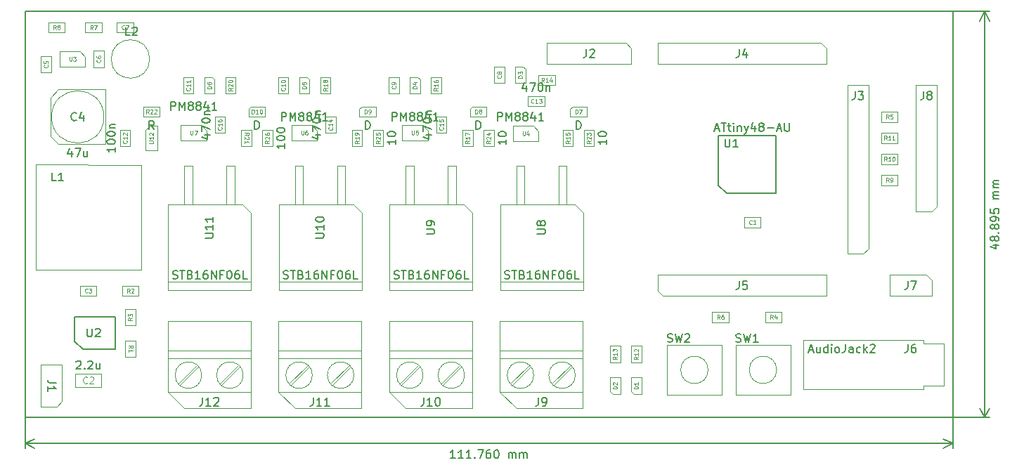
<source format=gbr>
G04 #@! TF.GenerationSoftware,KiCad,Pcbnew,(5.1.0-rc1-103-gc65c7d3de)*
G04 #@! TF.CreationDate,2019-09-26T12:21:13+02:00
G04 #@! TF.ProjectId,pinballControlUnit,70696e62-616c-46c4-936f-6e74726f6c55,2*
G04 #@! TF.SameCoordinates,Original*
G04 #@! TF.FileFunction,Other,Fab,Top*
%FSLAX46Y46*%
G04 Gerber Fmt 4.6, Leading zero omitted, Abs format (unit mm)*
G04 Created by KiCad (PCBNEW (5.1.0-rc1-103-gc65c7d3de)) date 2019-09-26 12:21:13*
%MOMM*%
%LPD*%
G04 APERTURE LIST*
%ADD10C,0.150000*%
%ADD11C,0.120000*%
%ADD12C,0.100000*%
%ADD13C,0.080000*%
%ADD14C,0.075000*%
G04 APERTURE END LIST*
D10*
X133800714Y-89709166D02*
X134467380Y-89709166D01*
X133419761Y-89947261D02*
X134134047Y-90185357D01*
X134134047Y-89566309D01*
X133895952Y-89042500D02*
X133848333Y-89137738D01*
X133800714Y-89185357D01*
X133705476Y-89232976D01*
X133657857Y-89232976D01*
X133562619Y-89185357D01*
X133515000Y-89137738D01*
X133467380Y-89042500D01*
X133467380Y-88852023D01*
X133515000Y-88756785D01*
X133562619Y-88709166D01*
X133657857Y-88661547D01*
X133705476Y-88661547D01*
X133800714Y-88709166D01*
X133848333Y-88756785D01*
X133895952Y-88852023D01*
X133895952Y-89042500D01*
X133943571Y-89137738D01*
X133991190Y-89185357D01*
X134086428Y-89232976D01*
X134276904Y-89232976D01*
X134372142Y-89185357D01*
X134419761Y-89137738D01*
X134467380Y-89042500D01*
X134467380Y-88852023D01*
X134419761Y-88756785D01*
X134372142Y-88709166D01*
X134276904Y-88661547D01*
X134086428Y-88661547D01*
X133991190Y-88709166D01*
X133943571Y-88756785D01*
X133895952Y-88852023D01*
X134372142Y-88232976D02*
X134419761Y-88185357D01*
X134467380Y-88232976D01*
X134419761Y-88280595D01*
X134372142Y-88232976D01*
X134467380Y-88232976D01*
X133895952Y-87613928D02*
X133848333Y-87709166D01*
X133800714Y-87756785D01*
X133705476Y-87804404D01*
X133657857Y-87804404D01*
X133562619Y-87756785D01*
X133515000Y-87709166D01*
X133467380Y-87613928D01*
X133467380Y-87423452D01*
X133515000Y-87328214D01*
X133562619Y-87280595D01*
X133657857Y-87232976D01*
X133705476Y-87232976D01*
X133800714Y-87280595D01*
X133848333Y-87328214D01*
X133895952Y-87423452D01*
X133895952Y-87613928D01*
X133943571Y-87709166D01*
X133991190Y-87756785D01*
X134086428Y-87804404D01*
X134276904Y-87804404D01*
X134372142Y-87756785D01*
X134419761Y-87709166D01*
X134467380Y-87613928D01*
X134467380Y-87423452D01*
X134419761Y-87328214D01*
X134372142Y-87280595D01*
X134276904Y-87232976D01*
X134086428Y-87232976D01*
X133991190Y-87280595D01*
X133943571Y-87328214D01*
X133895952Y-87423452D01*
X134467380Y-86756785D02*
X134467380Y-86566309D01*
X134419761Y-86471071D01*
X134372142Y-86423452D01*
X134229285Y-86328214D01*
X134038809Y-86280595D01*
X133657857Y-86280595D01*
X133562619Y-86328214D01*
X133515000Y-86375833D01*
X133467380Y-86471071D01*
X133467380Y-86661547D01*
X133515000Y-86756785D01*
X133562619Y-86804404D01*
X133657857Y-86852023D01*
X133895952Y-86852023D01*
X133991190Y-86804404D01*
X134038809Y-86756785D01*
X134086428Y-86661547D01*
X134086428Y-86471071D01*
X134038809Y-86375833D01*
X133991190Y-86328214D01*
X133895952Y-86280595D01*
X133467380Y-85375833D02*
X133467380Y-85852023D01*
X133943571Y-85899642D01*
X133895952Y-85852023D01*
X133848333Y-85756785D01*
X133848333Y-85518690D01*
X133895952Y-85423452D01*
X133943571Y-85375833D01*
X134038809Y-85328214D01*
X134276904Y-85328214D01*
X134372142Y-85375833D01*
X134419761Y-85423452D01*
X134467380Y-85518690D01*
X134467380Y-85756785D01*
X134419761Y-85852023D01*
X134372142Y-85899642D01*
X134467380Y-84137738D02*
X133800714Y-84137738D01*
X133895952Y-84137738D02*
X133848333Y-84090119D01*
X133800714Y-83994880D01*
X133800714Y-83852023D01*
X133848333Y-83756785D01*
X133943571Y-83709166D01*
X134467380Y-83709166D01*
X133943571Y-83709166D02*
X133848333Y-83661547D01*
X133800714Y-83566309D01*
X133800714Y-83423452D01*
X133848333Y-83328214D01*
X133943571Y-83280595D01*
X134467380Y-83280595D01*
X134467380Y-82804404D02*
X133800714Y-82804404D01*
X133895952Y-82804404D02*
X133848333Y-82756785D01*
X133800714Y-82661547D01*
X133800714Y-82518690D01*
X133848333Y-82423452D01*
X133943571Y-82375833D01*
X134467380Y-82375833D01*
X133943571Y-82375833D02*
X133848333Y-82328214D01*
X133800714Y-82232976D01*
X133800714Y-82090119D01*
X133848333Y-81994880D01*
X133943571Y-81947261D01*
X134467380Y-81947261D01*
X132715000Y-110490000D02*
X132715000Y-61595000D01*
X128905000Y-110490000D02*
X133301421Y-110490000D01*
X128905000Y-61595000D02*
X133301421Y-61595000D01*
X132715000Y-61595000D02*
X133301421Y-62721504D01*
X132715000Y-61595000D02*
X132128579Y-62721504D01*
X132715000Y-110490000D02*
X133301421Y-109363496D01*
X132715000Y-110490000D02*
X132128579Y-109363496D01*
X68977380Y-115417380D02*
X68405952Y-115417380D01*
X68691666Y-115417380D02*
X68691666Y-114417380D01*
X68596428Y-114560238D01*
X68501190Y-114655476D01*
X68405952Y-114703095D01*
X69929761Y-115417380D02*
X69358333Y-115417380D01*
X69644047Y-115417380D02*
X69644047Y-114417380D01*
X69548809Y-114560238D01*
X69453571Y-114655476D01*
X69358333Y-114703095D01*
X70882142Y-115417380D02*
X70310714Y-115417380D01*
X70596428Y-115417380D02*
X70596428Y-114417380D01*
X70501190Y-114560238D01*
X70405952Y-114655476D01*
X70310714Y-114703095D01*
X71310714Y-115322142D02*
X71358333Y-115369761D01*
X71310714Y-115417380D01*
X71263095Y-115369761D01*
X71310714Y-115322142D01*
X71310714Y-115417380D01*
X71691666Y-114417380D02*
X72358333Y-114417380D01*
X71929761Y-115417380D01*
X73167857Y-114417380D02*
X72977380Y-114417380D01*
X72882142Y-114465000D01*
X72834523Y-114512619D01*
X72739285Y-114655476D01*
X72691666Y-114845952D01*
X72691666Y-115226904D01*
X72739285Y-115322142D01*
X72786904Y-115369761D01*
X72882142Y-115417380D01*
X73072619Y-115417380D01*
X73167857Y-115369761D01*
X73215476Y-115322142D01*
X73263095Y-115226904D01*
X73263095Y-114988809D01*
X73215476Y-114893571D01*
X73167857Y-114845952D01*
X73072619Y-114798333D01*
X72882142Y-114798333D01*
X72786904Y-114845952D01*
X72739285Y-114893571D01*
X72691666Y-114988809D01*
X73882142Y-114417380D02*
X73977380Y-114417380D01*
X74072619Y-114465000D01*
X74120238Y-114512619D01*
X74167857Y-114607857D01*
X74215476Y-114798333D01*
X74215476Y-115036428D01*
X74167857Y-115226904D01*
X74120238Y-115322142D01*
X74072619Y-115369761D01*
X73977380Y-115417380D01*
X73882142Y-115417380D01*
X73786904Y-115369761D01*
X73739285Y-115322142D01*
X73691666Y-115226904D01*
X73644047Y-115036428D01*
X73644047Y-114798333D01*
X73691666Y-114607857D01*
X73739285Y-114512619D01*
X73786904Y-114465000D01*
X73882142Y-114417380D01*
X75405952Y-115417380D02*
X75405952Y-114750714D01*
X75405952Y-114845952D02*
X75453571Y-114798333D01*
X75548809Y-114750714D01*
X75691666Y-114750714D01*
X75786904Y-114798333D01*
X75834523Y-114893571D01*
X75834523Y-115417380D01*
X75834523Y-114893571D02*
X75882142Y-114798333D01*
X75977380Y-114750714D01*
X76120238Y-114750714D01*
X76215476Y-114798333D01*
X76263095Y-114893571D01*
X76263095Y-115417380D01*
X76739285Y-115417380D02*
X76739285Y-114750714D01*
X76739285Y-114845952D02*
X76786904Y-114798333D01*
X76882142Y-114750714D01*
X77025000Y-114750714D01*
X77120238Y-114798333D01*
X77167857Y-114893571D01*
X77167857Y-115417380D01*
X77167857Y-114893571D02*
X77215476Y-114798333D01*
X77310714Y-114750714D01*
X77453571Y-114750714D01*
X77548809Y-114798333D01*
X77596428Y-114893571D01*
X77596428Y-115417380D01*
X128905000Y-113665000D02*
X17145000Y-113665000D01*
X128905000Y-110490000D02*
X128905000Y-114251421D01*
X17145000Y-110490000D02*
X17145000Y-114251421D01*
X17145000Y-113665000D02*
X18271504Y-113078579D01*
X17145000Y-113665000D02*
X18271504Y-114251421D01*
X128905000Y-113665000D02*
X127778496Y-113078579D01*
X128905000Y-113665000D02*
X127778496Y-114251421D01*
X128905000Y-61595000D02*
X128905000Y-110490000D01*
X17145000Y-61595000D02*
X128905000Y-61595000D01*
X17145000Y-110490000D02*
X17145000Y-61595000D01*
X128905000Y-110490000D02*
X17145000Y-110490000D01*
D11*
X32162533Y-67310000D02*
G75*
G03X32162533Y-67310000I-2317533J0D01*
G01*
X18415000Y-92710000D02*
X18415000Y-80010000D01*
X31115000Y-92710000D02*
X18415000Y-92710000D01*
X31115000Y-80137000D02*
X31115000Y-92710000D01*
X18415000Y-80010000D02*
X31115000Y-80137000D01*
D12*
X57750000Y-77835000D02*
X56550000Y-77835000D01*
X56550000Y-77835000D02*
X56550000Y-75835000D01*
X56550000Y-75835000D02*
X57750000Y-75835000D01*
X57750000Y-75835000D02*
X57750000Y-77835000D01*
X44415000Y-75835000D02*
X44415000Y-77835000D01*
X43215000Y-75835000D02*
X44415000Y-75835000D01*
X43215000Y-77835000D02*
X43215000Y-75835000D01*
X44415000Y-77835000D02*
X43215000Y-77835000D01*
X71085000Y-75835000D02*
X71085000Y-77835000D01*
X69885000Y-75835000D02*
X71085000Y-75835000D01*
X69885000Y-77835000D02*
X69885000Y-75835000D01*
X71085000Y-77835000D02*
X69885000Y-77835000D01*
X79020000Y-77180000D02*
X75920000Y-77180000D01*
X75920000Y-77180000D02*
X75920000Y-75380000D01*
X78370000Y-75380000D02*
X75920000Y-75380000D01*
X79020000Y-77180000D02*
X79020000Y-76030000D01*
X78370000Y-75380000D02*
X79020000Y-76030000D01*
X30445000Y-103235000D02*
X29245000Y-103235000D01*
X29245000Y-103235000D02*
X29245000Y-101235000D01*
X29245000Y-101235000D02*
X30445000Y-101235000D01*
X30445000Y-101235000D02*
X30445000Y-103235000D01*
X90205000Y-105680000D02*
X90205000Y-107380000D01*
X90205000Y-107380000D02*
X90505000Y-107680000D01*
X90505000Y-107680000D02*
X91405000Y-107680000D01*
X91405000Y-107680000D02*
X91405000Y-105680000D01*
X91405000Y-105680000D02*
X90205000Y-105680000D01*
X44370000Y-94130000D02*
X44370000Y-95130000D01*
X44370000Y-95130000D02*
X34370000Y-95130000D01*
X34370000Y-95130000D02*
X34370000Y-94130000D01*
X44370000Y-94130000D02*
X34370000Y-94130000D01*
X34370000Y-94130000D02*
X34370000Y-84880000D01*
X34370000Y-84880000D02*
X43370000Y-84880000D01*
X43370000Y-84880000D02*
X44370000Y-85880000D01*
X44370000Y-85880000D02*
X44370000Y-94130000D01*
X42410000Y-84880000D02*
X42410000Y-80180000D01*
X42410000Y-80180000D02*
X41410000Y-80180000D01*
X41410000Y-80180000D02*
X41410000Y-84880000D01*
X37330000Y-84880000D02*
X37330000Y-80180000D01*
X37330000Y-80180000D02*
X36330000Y-80180000D01*
X36330000Y-80180000D02*
X36330000Y-84880000D01*
X23765000Y-95850000D02*
X23765000Y-94650000D01*
X23765000Y-94650000D02*
X25765000Y-94650000D01*
X25765000Y-94650000D02*
X25765000Y-95850000D01*
X25765000Y-95850000D02*
X23765000Y-95850000D01*
X51700000Y-75300000D02*
X52350000Y-75950000D01*
X52350000Y-77100000D02*
X52350000Y-75950000D01*
X51700000Y-75300000D02*
X49250000Y-75300000D01*
X49250000Y-77100000D02*
X49250000Y-75300000D01*
X52350000Y-77100000D02*
X49250000Y-77100000D01*
X113030000Y-65405000D02*
X113665000Y-66040000D01*
X93345000Y-65405000D02*
X113030000Y-65405000D01*
X93345000Y-67945000D02*
X93345000Y-65405000D01*
X113665000Y-67945000D02*
X93345000Y-67945000D01*
X113665000Y-66040000D02*
X113665000Y-67945000D01*
X88865000Y-105680000D02*
X87665000Y-105680000D01*
X88865000Y-107680000D02*
X88865000Y-105680000D01*
X87965000Y-107680000D02*
X88865000Y-107680000D01*
X87665000Y-107380000D02*
X87965000Y-107680000D01*
X87665000Y-105680000D02*
X87665000Y-107380000D01*
X102745000Y-101775000D02*
X109345000Y-101775000D01*
X102745000Y-107775000D02*
X102745000Y-101775000D01*
X109345000Y-107775000D02*
X102745000Y-107775000D01*
X109345000Y-101775000D02*
X109345000Y-107775000D01*
X107695000Y-104775000D02*
G75*
G03X107695000Y-104775000I-1650000J0D01*
G01*
D10*
X100640000Y-82510000D02*
X100640000Y-76510000D01*
X100640000Y-76510000D02*
X107640000Y-76510000D01*
X107640000Y-76510000D02*
X107640000Y-83510000D01*
X107640000Y-83510000D02*
X101640000Y-83510000D01*
X101640000Y-83510000D02*
X100640000Y-82510000D01*
D12*
X93980000Y-95885000D02*
X93345000Y-95250000D01*
X113665000Y-95885000D02*
X93980000Y-95885000D01*
X113665000Y-93345000D02*
X113665000Y-95885000D01*
X93345000Y-93345000D02*
X113665000Y-93345000D01*
X93345000Y-95250000D02*
X93345000Y-93345000D01*
X125730000Y-93345000D02*
X126365000Y-93980000D01*
X121285000Y-93345000D02*
X125730000Y-93345000D01*
X121285000Y-95885000D02*
X121285000Y-93345000D01*
X126365000Y-95885000D02*
X121285000Y-95885000D01*
X126365000Y-93980000D02*
X126365000Y-95885000D01*
X127000000Y-85090000D02*
X126365000Y-85725000D01*
X127000000Y-70485000D02*
X127000000Y-85090000D01*
X124460000Y-70485000D02*
X127000000Y-70485000D01*
X124460000Y-85725000D02*
X124460000Y-70485000D01*
X126365000Y-85725000D02*
X124460000Y-85725000D01*
X118745000Y-90170000D02*
X118110000Y-90805000D01*
X118745000Y-70485000D02*
X118745000Y-90170000D01*
X116205000Y-70485000D02*
X118745000Y-70485000D01*
X116205000Y-90805000D02*
X116205000Y-70485000D01*
X118110000Y-90805000D02*
X116205000Y-90805000D01*
X21590000Y-108585000D02*
X20955000Y-109220000D01*
X21590000Y-104140000D02*
X21590000Y-108585000D01*
X19050000Y-104140000D02*
X21590000Y-104140000D01*
X19050000Y-109220000D02*
X19050000Y-104140000D01*
X20955000Y-109220000D02*
X19050000Y-109220000D01*
X94490000Y-101775000D02*
X101090000Y-101775000D01*
X94490000Y-107775000D02*
X94490000Y-101775000D01*
X101090000Y-107775000D02*
X94490000Y-107775000D01*
X101090000Y-101775000D02*
X101090000Y-107775000D01*
X99440000Y-104775000D02*
G75*
G03X99440000Y-104775000I-1650000J0D01*
G01*
X120285000Y-81315000D02*
X122285000Y-81315000D01*
X120285000Y-82515000D02*
X120285000Y-81315000D01*
X122285000Y-82515000D02*
X120285000Y-82515000D01*
X122285000Y-81315000D02*
X122285000Y-82515000D01*
X120285000Y-73695000D02*
X122285000Y-73695000D01*
X120285000Y-74895000D02*
X120285000Y-73695000D01*
X122285000Y-74895000D02*
X120285000Y-74895000D01*
X122285000Y-73695000D02*
X122285000Y-74895000D01*
X29245000Y-99425000D02*
X29245000Y-97425000D01*
X30445000Y-99425000D02*
X29245000Y-99425000D01*
X30445000Y-97425000D02*
X30445000Y-99425000D01*
X29245000Y-97425000D02*
X30445000Y-97425000D01*
X28845000Y-94650000D02*
X30845000Y-94650000D01*
X28845000Y-95850000D02*
X28845000Y-94650000D01*
X30845000Y-95850000D02*
X28845000Y-95850000D01*
X30845000Y-94650000D02*
X30845000Y-95850000D01*
X19955000Y-62900000D02*
X21955000Y-62900000D01*
X19955000Y-64100000D02*
X19955000Y-62900000D01*
X21955000Y-64100000D02*
X19955000Y-64100000D01*
X21955000Y-62900000D02*
X21955000Y-64100000D01*
X24400000Y-62900000D02*
X26400000Y-62900000D01*
X24400000Y-64100000D02*
X24400000Y-62900000D01*
X26400000Y-64100000D02*
X24400000Y-64100000D01*
X26400000Y-62900000D02*
X26400000Y-64100000D01*
X99935000Y-97825000D02*
X101935000Y-97825000D01*
X99935000Y-99025000D02*
X99935000Y-97825000D01*
X101935000Y-99025000D02*
X99935000Y-99025000D01*
X101935000Y-97825000D02*
X101935000Y-99025000D01*
X108315000Y-99025000D02*
X106315000Y-99025000D01*
X108315000Y-97825000D02*
X108315000Y-99025000D01*
X106315000Y-97825000D02*
X108315000Y-97825000D01*
X106315000Y-99025000D02*
X106315000Y-97825000D01*
X125380000Y-106640000D02*
X125380000Y-107140000D01*
X127880000Y-106640000D02*
X125380000Y-106640000D01*
X127880000Y-101640000D02*
X127880000Y-106640000D01*
X125380000Y-101640000D02*
X127880000Y-101640000D01*
X125380000Y-101140000D02*
X125380000Y-101640000D01*
X110880000Y-101140000D02*
X125380000Y-101140000D01*
X110880000Y-107140000D02*
X110880000Y-101140000D01*
X125380000Y-107140000D02*
X110880000Y-107140000D01*
X105775000Y-87595000D02*
X103775000Y-87595000D01*
X105775000Y-86395000D02*
X105775000Y-87595000D01*
X103775000Y-86395000D02*
X105775000Y-86395000D01*
X103775000Y-87595000D02*
X103775000Y-86395000D01*
X78435000Y-105410000D02*
G75*
G03X78435000Y-105410000I-1600000J0D01*
G01*
X83435000Y-105410000D02*
G75*
G03X83435000Y-105410000I-1600000J0D01*
G01*
X74335000Y-98910000D02*
X84335000Y-98910000D01*
X84335000Y-98910000D02*
X84335000Y-109410000D01*
X84335000Y-109410000D02*
X76335000Y-109410000D01*
X76335000Y-109410000D02*
X74335000Y-107410000D01*
X74335000Y-107410000D02*
X74335000Y-98910000D01*
X74335000Y-107410000D02*
X84335000Y-107410000D01*
X74335000Y-103410000D02*
X84335000Y-103410000D01*
X74335000Y-102410000D02*
X84335000Y-102410000D01*
X78049000Y-104391000D02*
X75816000Y-106624000D01*
X77854000Y-104196000D02*
X75621000Y-106428000D01*
X83049000Y-104391000D02*
X80817000Y-106624000D01*
X82854000Y-104196000D02*
X80622000Y-106428000D01*
X122285000Y-78775000D02*
X122285000Y-79975000D01*
X122285000Y-79975000D02*
X120285000Y-79975000D01*
X120285000Y-79975000D02*
X120285000Y-78775000D01*
X120285000Y-78775000D02*
X122285000Y-78775000D01*
X90170000Y-66040000D02*
X90170000Y-67945000D01*
X90170000Y-67945000D02*
X80010000Y-67945000D01*
X80010000Y-67945000D02*
X80010000Y-65405000D01*
X80010000Y-65405000D02*
X89535000Y-65405000D01*
X89535000Y-65405000D02*
X90170000Y-66040000D01*
X65100000Y-105410000D02*
G75*
G03X65100000Y-105410000I-1600000J0D01*
G01*
X70100000Y-105410000D02*
G75*
G03X70100000Y-105410000I-1600000J0D01*
G01*
X61000000Y-98910000D02*
X71000000Y-98910000D01*
X71000000Y-98910000D02*
X71000000Y-109410000D01*
X71000000Y-109410000D02*
X63000000Y-109410000D01*
X63000000Y-109410000D02*
X61000000Y-107410000D01*
X61000000Y-107410000D02*
X61000000Y-98910000D01*
X61000000Y-107410000D02*
X71000000Y-107410000D01*
X61000000Y-103410000D02*
X71000000Y-103410000D01*
X61000000Y-102410000D02*
X71000000Y-102410000D01*
X64714000Y-104391000D02*
X62481000Y-106624000D01*
X64519000Y-104196000D02*
X62286000Y-106428000D01*
X69714000Y-104391000D02*
X67482000Y-106624000D01*
X69519000Y-104196000D02*
X67287000Y-106428000D01*
X56184000Y-104196000D02*
X53952000Y-106428000D01*
X56379000Y-104391000D02*
X54147000Y-106624000D01*
X51184000Y-104196000D02*
X48951000Y-106428000D01*
X51379000Y-104391000D02*
X49146000Y-106624000D01*
X47665000Y-102410000D02*
X57665000Y-102410000D01*
X47665000Y-103410000D02*
X57665000Y-103410000D01*
X47665000Y-107410000D02*
X57665000Y-107410000D01*
X47665000Y-107410000D02*
X47665000Y-98910000D01*
X49665000Y-109410000D02*
X47665000Y-107410000D01*
X57665000Y-109410000D02*
X49665000Y-109410000D01*
X57665000Y-98910000D02*
X57665000Y-109410000D01*
X47665000Y-98910000D02*
X57665000Y-98910000D01*
X56765000Y-105410000D02*
G75*
G03X56765000Y-105410000I-1600000J0D01*
G01*
X51765000Y-105410000D02*
G75*
G03X51765000Y-105410000I-1600000J0D01*
G01*
X38430000Y-105410000D02*
G75*
G03X38430000Y-105410000I-1600000J0D01*
G01*
X43430000Y-105410000D02*
G75*
G03X43430000Y-105410000I-1600000J0D01*
G01*
X34330000Y-98910000D02*
X44330000Y-98910000D01*
X44330000Y-98910000D02*
X44330000Y-109410000D01*
X44330000Y-109410000D02*
X36330000Y-109410000D01*
X36330000Y-109410000D02*
X34330000Y-107410000D01*
X34330000Y-107410000D02*
X34330000Y-98910000D01*
X34330000Y-107410000D02*
X44330000Y-107410000D01*
X34330000Y-103410000D02*
X44330000Y-103410000D01*
X34330000Y-102410000D02*
X44330000Y-102410000D01*
X38044000Y-104391000D02*
X35811000Y-106624000D01*
X37849000Y-104196000D02*
X35616000Y-106428000D01*
X43044000Y-104391000D02*
X40812000Y-106624000D01*
X42849000Y-104196000D02*
X40617000Y-106428000D01*
X120285000Y-76235000D02*
X122285000Y-76235000D01*
X120285000Y-77435000D02*
X120285000Y-76235000D01*
X122285000Y-77435000D02*
X120285000Y-77435000D01*
X122285000Y-76235000D02*
X122285000Y-77435000D01*
X90205000Y-103870000D02*
X90205000Y-101870000D01*
X91405000Y-103870000D02*
X90205000Y-103870000D01*
X91405000Y-101870000D02*
X91405000Y-103870000D01*
X90205000Y-101870000D02*
X91405000Y-101870000D01*
X87665000Y-101870000D02*
X88865000Y-101870000D01*
X88865000Y-101870000D02*
X88865000Y-103870000D01*
X88865000Y-103870000D02*
X87665000Y-103870000D01*
X87665000Y-103870000D02*
X87665000Y-101870000D01*
X83150000Y-77835000D02*
X81950000Y-77835000D01*
X81950000Y-77835000D02*
X81950000Y-75835000D01*
X81950000Y-75835000D02*
X83150000Y-75835000D01*
X83150000Y-75835000D02*
X83150000Y-77835000D01*
X20285000Y-66945000D02*
X20285000Y-68945000D01*
X19085000Y-66945000D02*
X20285000Y-66945000D01*
X19085000Y-68945000D02*
X19085000Y-66945000D01*
X20285000Y-68945000D02*
X19085000Y-68945000D01*
X25435000Y-66310000D02*
X26635000Y-66310000D01*
X26635000Y-66310000D02*
X26635000Y-68310000D01*
X26635000Y-68310000D02*
X25435000Y-68310000D01*
X25435000Y-68310000D02*
X25435000Y-66310000D01*
X28210000Y-64100000D02*
X28210000Y-62900000D01*
X28210000Y-62900000D02*
X30210000Y-62900000D01*
X30210000Y-62900000D02*
X30210000Y-64100000D01*
X30210000Y-64100000D02*
X28210000Y-64100000D01*
D10*
X23090000Y-101312500D02*
X23090000Y-98412500D01*
X23090000Y-98412500D02*
X27990000Y-98412500D01*
X27990000Y-98412500D02*
X27990000Y-102312500D01*
X27990000Y-102312500D02*
X24090000Y-102312500D01*
X24090000Y-102312500D02*
X23090000Y-101312500D01*
D12*
X23760000Y-66410000D02*
X24410000Y-67060000D01*
X24410000Y-68210000D02*
X24410000Y-67060000D01*
X23760000Y-66410000D02*
X21310000Y-66410000D01*
X21310000Y-68210000D02*
X21310000Y-66410000D01*
X24410000Y-68210000D02*
X21310000Y-68210000D01*
X65035000Y-75300000D02*
X65685000Y-75950000D01*
X65685000Y-77100000D02*
X65685000Y-75950000D01*
X65035000Y-75300000D02*
X62585000Y-75300000D01*
X62585000Y-77100000D02*
X62585000Y-75300000D01*
X65685000Y-77100000D02*
X62585000Y-77100000D01*
X39015000Y-77100000D02*
X35915000Y-77100000D01*
X35915000Y-77100000D02*
X35915000Y-75300000D01*
X38365000Y-75300000D02*
X35915000Y-75300000D01*
X39015000Y-77100000D02*
X39015000Y-75950000D01*
X38365000Y-75300000D02*
X39015000Y-75950000D01*
X84375000Y-94130000D02*
X84375000Y-95130000D01*
X84375000Y-95130000D02*
X74375000Y-95130000D01*
X74375000Y-95130000D02*
X74375000Y-94130000D01*
X84375000Y-94130000D02*
X74375000Y-94130000D01*
X74375000Y-94130000D02*
X74375000Y-84880000D01*
X74375000Y-84880000D02*
X83375000Y-84880000D01*
X83375000Y-84880000D02*
X84375000Y-85880000D01*
X84375000Y-85880000D02*
X84375000Y-94130000D01*
X82415000Y-84880000D02*
X82415000Y-80180000D01*
X82415000Y-80180000D02*
X81415000Y-80180000D01*
X81415000Y-80180000D02*
X81415000Y-84880000D01*
X77335000Y-84880000D02*
X77335000Y-80180000D01*
X77335000Y-80180000D02*
X76335000Y-80180000D01*
X76335000Y-80180000D02*
X76335000Y-84880000D01*
X63000000Y-80180000D02*
X63000000Y-84880000D01*
X64000000Y-80180000D02*
X63000000Y-80180000D01*
X64000000Y-84880000D02*
X64000000Y-80180000D01*
X68080000Y-80180000D02*
X68080000Y-84880000D01*
X69080000Y-80180000D02*
X68080000Y-80180000D01*
X69080000Y-84880000D02*
X69080000Y-80180000D01*
X71040000Y-85880000D02*
X71040000Y-94130000D01*
X70040000Y-84880000D02*
X71040000Y-85880000D01*
X61040000Y-84880000D02*
X70040000Y-84880000D01*
X61040000Y-94130000D02*
X61040000Y-84880000D01*
X71040000Y-94130000D02*
X61040000Y-94130000D01*
X61040000Y-95130000D02*
X61040000Y-94130000D01*
X71040000Y-95130000D02*
X61040000Y-95130000D01*
X71040000Y-94130000D02*
X71040000Y-95130000D01*
X49665000Y-80180000D02*
X49665000Y-84880000D01*
X50665000Y-80180000D02*
X49665000Y-80180000D01*
X50665000Y-84880000D02*
X50665000Y-80180000D01*
X54745000Y-80180000D02*
X54745000Y-84880000D01*
X55745000Y-80180000D02*
X54745000Y-80180000D01*
X55745000Y-84880000D02*
X55745000Y-80180000D01*
X57705000Y-85880000D02*
X57705000Y-94130000D01*
X56705000Y-84880000D02*
X57705000Y-85880000D01*
X47705000Y-84880000D02*
X56705000Y-84880000D01*
X47705000Y-94130000D02*
X47705000Y-84880000D01*
X57705000Y-94130000D02*
X47705000Y-94130000D01*
X47705000Y-95130000D02*
X47705000Y-94130000D01*
X57705000Y-95130000D02*
X47705000Y-95130000D01*
X57705000Y-94130000D02*
X57705000Y-95130000D01*
X74895000Y-68215000D02*
X74895000Y-70215000D01*
X73695000Y-68215000D02*
X74895000Y-68215000D01*
X73695000Y-70215000D02*
X73695000Y-68215000D01*
X74895000Y-70215000D02*
X73695000Y-70215000D01*
X62195000Y-71485000D02*
X60995000Y-71485000D01*
X60995000Y-71485000D02*
X60995000Y-69485000D01*
X60995000Y-69485000D02*
X62195000Y-69485000D01*
X62195000Y-69485000D02*
X62195000Y-71485000D01*
X48860000Y-69485000D02*
X48860000Y-71485000D01*
X47660000Y-69485000D02*
X48860000Y-69485000D01*
X47660000Y-71485000D02*
X47660000Y-69485000D01*
X48860000Y-71485000D02*
X47660000Y-71485000D01*
X37430000Y-71485000D02*
X36230000Y-71485000D01*
X36230000Y-71485000D02*
X36230000Y-69485000D01*
X36230000Y-69485000D02*
X37430000Y-69485000D01*
X37430000Y-69485000D02*
X37430000Y-71485000D01*
X77435000Y-70215000D02*
X77435000Y-68515000D01*
X77435000Y-68515000D02*
X77135000Y-68215000D01*
X77135000Y-68215000D02*
X76235000Y-68215000D01*
X76235000Y-68215000D02*
X76235000Y-70215000D01*
X76235000Y-70215000D02*
X77435000Y-70215000D01*
X63535000Y-71485000D02*
X64735000Y-71485000D01*
X63535000Y-69485000D02*
X63535000Y-71485000D01*
X64435000Y-69485000D02*
X63535000Y-69485000D01*
X64735000Y-69785000D02*
X64435000Y-69485000D01*
X64735000Y-71485000D02*
X64735000Y-69785000D01*
X51400000Y-71485000D02*
X51400000Y-69785000D01*
X51400000Y-69785000D02*
X51100000Y-69485000D01*
X51100000Y-69485000D02*
X50200000Y-69485000D01*
X50200000Y-69485000D02*
X50200000Y-71485000D01*
X50200000Y-71485000D02*
X51400000Y-71485000D01*
X38770000Y-71485000D02*
X39970000Y-71485000D01*
X38770000Y-69485000D02*
X38770000Y-71485000D01*
X39670000Y-69485000D02*
X38770000Y-69485000D01*
X39970000Y-69785000D02*
X39670000Y-69485000D01*
X39970000Y-71485000D02*
X39970000Y-69785000D01*
X81010000Y-70450000D02*
X79010000Y-70450000D01*
X81010000Y-69250000D02*
X81010000Y-70450000D01*
X79010000Y-69250000D02*
X81010000Y-69250000D01*
X79010000Y-70450000D02*
X79010000Y-69250000D01*
X53940000Y-71485000D02*
X52740000Y-71485000D01*
X52740000Y-71485000D02*
X52740000Y-69485000D01*
X52740000Y-69485000D02*
X53940000Y-69485000D01*
X53940000Y-69485000D02*
X53940000Y-71485000D01*
X67275000Y-71485000D02*
X66075000Y-71485000D01*
X66075000Y-71485000D02*
X66075000Y-69485000D01*
X66075000Y-69485000D02*
X67275000Y-69485000D01*
X67275000Y-69485000D02*
X67275000Y-71485000D01*
X42510000Y-69485000D02*
X42510000Y-71485000D01*
X41310000Y-69485000D02*
X42510000Y-69485000D01*
X41310000Y-71485000D02*
X41310000Y-69485000D01*
X42510000Y-71485000D02*
X41310000Y-71485000D01*
X26365000Y-105245000D02*
X26365000Y-106845000D01*
X26365000Y-106845000D02*
X23165000Y-106845000D01*
X23165000Y-106845000D02*
X23165000Y-105245000D01*
X23165000Y-105245000D02*
X26365000Y-105245000D01*
X26645000Y-74295000D02*
G75*
G03X26645000Y-74295000I-3150000J0D01*
G01*
X26795000Y-70995000D02*
X26795000Y-77595000D01*
X21195000Y-70995000D02*
X26795000Y-70995000D01*
X21195000Y-77595000D02*
X26795000Y-77595000D01*
X20195000Y-71995000D02*
X20195000Y-76595000D01*
X20195000Y-71995000D02*
X21195000Y-70995000D01*
X20195000Y-76595000D02*
X21195000Y-77595000D01*
X28610000Y-75835000D02*
X29810000Y-75835000D01*
X29810000Y-75835000D02*
X29810000Y-77835000D01*
X29810000Y-77835000D02*
X28610000Y-77835000D01*
X28610000Y-77835000D02*
X28610000Y-75835000D01*
X79740000Y-71790000D02*
X79740000Y-72990000D01*
X79740000Y-72990000D02*
X77740000Y-72990000D01*
X77740000Y-72990000D02*
X77740000Y-71790000D01*
X77740000Y-71790000D02*
X79740000Y-71790000D01*
X53375000Y-76232500D02*
X53375000Y-74232500D01*
X54575000Y-76232500D02*
X53375000Y-76232500D01*
X54575000Y-74232500D02*
X54575000Y-76232500D01*
X53375000Y-74232500D02*
X54575000Y-74232500D01*
X66710000Y-74232500D02*
X67910000Y-74232500D01*
X67910000Y-74232500D02*
X67910000Y-76232500D01*
X67910000Y-76232500D02*
X66710000Y-76232500D01*
X66710000Y-76232500D02*
X66710000Y-74232500D01*
X40040000Y-76232500D02*
X40040000Y-74232500D01*
X41240000Y-76232500D02*
X40040000Y-76232500D01*
X41240000Y-74232500D02*
X41240000Y-76232500D01*
X40040000Y-74232500D02*
X41240000Y-74232500D01*
X31385000Y-74260000D02*
X31385000Y-73060000D01*
X31385000Y-73060000D02*
X33385000Y-73060000D01*
X33385000Y-73060000D02*
X33385000Y-74260000D01*
X33385000Y-74260000D02*
X31385000Y-74260000D01*
X31685000Y-75885000D02*
X31685000Y-78335000D01*
X32235000Y-75315000D02*
X33085000Y-75315000D01*
X31685000Y-75885000D02*
X32235000Y-75315000D01*
X33085000Y-75315000D02*
X33085000Y-78355000D01*
X31685000Y-78355000D02*
X33085000Y-78355000D01*
X84820000Y-74260000D02*
X84820000Y-73060000D01*
X82820000Y-74260000D02*
X84820000Y-74260000D01*
X82820000Y-73360000D02*
X82820000Y-74260000D01*
X83120000Y-73060000D02*
X82820000Y-73360000D01*
X84820000Y-73060000D02*
X83120000Y-73060000D01*
X72755000Y-73060000D02*
X71055000Y-73060000D01*
X71055000Y-73060000D02*
X70755000Y-73360000D01*
X70755000Y-73360000D02*
X70755000Y-74260000D01*
X70755000Y-74260000D02*
X72755000Y-74260000D01*
X72755000Y-74260000D02*
X72755000Y-73060000D01*
X59420000Y-74260000D02*
X59420000Y-73060000D01*
X57420000Y-74260000D02*
X59420000Y-74260000D01*
X57420000Y-73360000D02*
X57420000Y-74260000D01*
X57720000Y-73060000D02*
X57420000Y-73360000D01*
X59420000Y-73060000D02*
X57720000Y-73060000D01*
X46085000Y-73060000D02*
X44385000Y-73060000D01*
X44385000Y-73060000D02*
X44085000Y-73360000D01*
X44085000Y-73360000D02*
X44085000Y-74260000D01*
X44085000Y-74260000D02*
X46085000Y-74260000D01*
X46085000Y-74260000D02*
X46085000Y-73060000D01*
X85690000Y-77835000D02*
X84490000Y-77835000D01*
X84490000Y-77835000D02*
X84490000Y-75835000D01*
X84490000Y-75835000D02*
X85690000Y-75835000D01*
X85690000Y-75835000D02*
X85690000Y-77835000D01*
X73625000Y-75835000D02*
X73625000Y-77835000D01*
X72425000Y-75835000D02*
X73625000Y-75835000D01*
X72425000Y-77835000D02*
X72425000Y-75835000D01*
X73625000Y-77835000D02*
X72425000Y-77835000D01*
X60290000Y-77835000D02*
X59090000Y-77835000D01*
X59090000Y-77835000D02*
X59090000Y-75835000D01*
X59090000Y-75835000D02*
X60290000Y-75835000D01*
X60290000Y-75835000D02*
X60290000Y-77835000D01*
X46955000Y-75835000D02*
X46955000Y-77835000D01*
X45755000Y-75835000D02*
X46955000Y-75835000D01*
X45755000Y-77835000D02*
X45755000Y-75835000D01*
X46955000Y-77835000D02*
X45755000Y-77835000D01*
D10*
X29805333Y-64460380D02*
X29329142Y-64460380D01*
X29329142Y-63460380D01*
X30091047Y-63555619D02*
X30138666Y-63508000D01*
X30233904Y-63460380D01*
X30472000Y-63460380D01*
X30567238Y-63508000D01*
X30614857Y-63555619D01*
X30662476Y-63650857D01*
X30662476Y-63746095D01*
X30614857Y-63888952D01*
X30043428Y-64460380D01*
X30662476Y-64460380D01*
X20915333Y-81986380D02*
X20439142Y-81986380D01*
X20439142Y-80986380D01*
X21772476Y-81986380D02*
X21201047Y-81986380D01*
X21486761Y-81986380D02*
X21486761Y-80986380D01*
X21391523Y-81129238D01*
X21296285Y-81224476D01*
X21201047Y-81272095D01*
D13*
X57376190Y-77156428D02*
X57138095Y-77323095D01*
X57376190Y-77442142D02*
X56876190Y-77442142D01*
X56876190Y-77251666D01*
X56900000Y-77204047D01*
X56923809Y-77180238D01*
X56971428Y-77156428D01*
X57042857Y-77156428D01*
X57090476Y-77180238D01*
X57114285Y-77204047D01*
X57138095Y-77251666D01*
X57138095Y-77442142D01*
X57376190Y-76680238D02*
X57376190Y-76965952D01*
X57376190Y-76823095D02*
X56876190Y-76823095D01*
X56947619Y-76870714D01*
X56995238Y-76918333D01*
X57019047Y-76965952D01*
X57376190Y-76442142D02*
X57376190Y-76346904D01*
X57352380Y-76299285D01*
X57328571Y-76275476D01*
X57257142Y-76227857D01*
X57161904Y-76204047D01*
X56971428Y-76204047D01*
X56923809Y-76227857D01*
X56900000Y-76251666D01*
X56876190Y-76299285D01*
X56876190Y-76394523D01*
X56900000Y-76442142D01*
X56923809Y-76465952D01*
X56971428Y-76489761D01*
X57090476Y-76489761D01*
X57138095Y-76465952D01*
X57161904Y-76442142D01*
X57185714Y-76394523D01*
X57185714Y-76299285D01*
X57161904Y-76251666D01*
X57138095Y-76227857D01*
X57090476Y-76204047D01*
X43588809Y-76513571D02*
X43826904Y-76346904D01*
X43588809Y-76227857D02*
X44088809Y-76227857D01*
X44088809Y-76418333D01*
X44065000Y-76465952D01*
X44041190Y-76489761D01*
X43993571Y-76513571D01*
X43922142Y-76513571D01*
X43874523Y-76489761D01*
X43850714Y-76465952D01*
X43826904Y-76418333D01*
X43826904Y-76227857D01*
X44041190Y-76704047D02*
X44065000Y-76727857D01*
X44088809Y-76775476D01*
X44088809Y-76894523D01*
X44065000Y-76942142D01*
X44041190Y-76965952D01*
X43993571Y-76989761D01*
X43945952Y-76989761D01*
X43874523Y-76965952D01*
X43588809Y-76680238D01*
X43588809Y-76989761D01*
X43588809Y-77465952D02*
X43588809Y-77180238D01*
X43588809Y-77323095D02*
X44088809Y-77323095D01*
X44017380Y-77275476D01*
X43969761Y-77227857D01*
X43945952Y-77180238D01*
X70711190Y-77156428D02*
X70473095Y-77323095D01*
X70711190Y-77442142D02*
X70211190Y-77442142D01*
X70211190Y-77251666D01*
X70235000Y-77204047D01*
X70258809Y-77180238D01*
X70306428Y-77156428D01*
X70377857Y-77156428D01*
X70425476Y-77180238D01*
X70449285Y-77204047D01*
X70473095Y-77251666D01*
X70473095Y-77442142D01*
X70711190Y-76680238D02*
X70711190Y-76965952D01*
X70711190Y-76823095D02*
X70211190Y-76823095D01*
X70282619Y-76870714D01*
X70330238Y-76918333D01*
X70354047Y-76965952D01*
X70211190Y-76513571D02*
X70211190Y-76180238D01*
X70711190Y-76394523D01*
D10*
X74096904Y-74747380D02*
X74096904Y-73747380D01*
X74477857Y-73747380D01*
X74573095Y-73795000D01*
X74620714Y-73842619D01*
X74668333Y-73937857D01*
X74668333Y-74080714D01*
X74620714Y-74175952D01*
X74573095Y-74223571D01*
X74477857Y-74271190D01*
X74096904Y-74271190D01*
X75096904Y-74747380D02*
X75096904Y-73747380D01*
X75430238Y-74461666D01*
X75763571Y-73747380D01*
X75763571Y-74747380D01*
X76382619Y-74175952D02*
X76287380Y-74128333D01*
X76239761Y-74080714D01*
X76192142Y-73985476D01*
X76192142Y-73937857D01*
X76239761Y-73842619D01*
X76287380Y-73795000D01*
X76382619Y-73747380D01*
X76573095Y-73747380D01*
X76668333Y-73795000D01*
X76715952Y-73842619D01*
X76763571Y-73937857D01*
X76763571Y-73985476D01*
X76715952Y-74080714D01*
X76668333Y-74128333D01*
X76573095Y-74175952D01*
X76382619Y-74175952D01*
X76287380Y-74223571D01*
X76239761Y-74271190D01*
X76192142Y-74366428D01*
X76192142Y-74556904D01*
X76239761Y-74652142D01*
X76287380Y-74699761D01*
X76382619Y-74747380D01*
X76573095Y-74747380D01*
X76668333Y-74699761D01*
X76715952Y-74652142D01*
X76763571Y-74556904D01*
X76763571Y-74366428D01*
X76715952Y-74271190D01*
X76668333Y-74223571D01*
X76573095Y-74175952D01*
X77335000Y-74175952D02*
X77239761Y-74128333D01*
X77192142Y-74080714D01*
X77144523Y-73985476D01*
X77144523Y-73937857D01*
X77192142Y-73842619D01*
X77239761Y-73795000D01*
X77335000Y-73747380D01*
X77525476Y-73747380D01*
X77620714Y-73795000D01*
X77668333Y-73842619D01*
X77715952Y-73937857D01*
X77715952Y-73985476D01*
X77668333Y-74080714D01*
X77620714Y-74128333D01*
X77525476Y-74175952D01*
X77335000Y-74175952D01*
X77239761Y-74223571D01*
X77192142Y-74271190D01*
X77144523Y-74366428D01*
X77144523Y-74556904D01*
X77192142Y-74652142D01*
X77239761Y-74699761D01*
X77335000Y-74747380D01*
X77525476Y-74747380D01*
X77620714Y-74699761D01*
X77668333Y-74652142D01*
X77715952Y-74556904D01*
X77715952Y-74366428D01*
X77668333Y-74271190D01*
X77620714Y-74223571D01*
X77525476Y-74175952D01*
X78573095Y-74080714D02*
X78573095Y-74747380D01*
X78335000Y-73699761D02*
X78096904Y-74414047D01*
X78715952Y-74414047D01*
X79620714Y-74747380D02*
X79049285Y-74747380D01*
X79335000Y-74747380D02*
X79335000Y-73747380D01*
X79239761Y-73890238D01*
X79144523Y-73985476D01*
X79049285Y-74033095D01*
D14*
X77089047Y-76006190D02*
X77089047Y-76410952D01*
X77112857Y-76458571D01*
X77136666Y-76482380D01*
X77184285Y-76506190D01*
X77279523Y-76506190D01*
X77327142Y-76482380D01*
X77350952Y-76458571D01*
X77374761Y-76410952D01*
X77374761Y-76006190D01*
X77827142Y-76172857D02*
X77827142Y-76506190D01*
X77708095Y-75982380D02*
X77589047Y-76339523D01*
X77898571Y-76339523D01*
D13*
X29618809Y-102151666D02*
X29856904Y-101985000D01*
X29618809Y-101865952D02*
X30118809Y-101865952D01*
X30118809Y-102056428D01*
X30095000Y-102104047D01*
X30071190Y-102127857D01*
X30023571Y-102151666D01*
X29952142Y-102151666D01*
X29904523Y-102127857D01*
X29880714Y-102104047D01*
X29856904Y-102056428D01*
X29856904Y-101865952D01*
X29618809Y-102627857D02*
X29618809Y-102342142D01*
X29618809Y-102485000D02*
X30118809Y-102485000D01*
X30047380Y-102437380D01*
X29999761Y-102389761D01*
X29975952Y-102342142D01*
X91031190Y-107049047D02*
X90531190Y-107049047D01*
X90531190Y-106930000D01*
X90555000Y-106858571D01*
X90602619Y-106810952D01*
X90650238Y-106787142D01*
X90745476Y-106763333D01*
X90816904Y-106763333D01*
X90912142Y-106787142D01*
X90959761Y-106810952D01*
X91007380Y-106858571D01*
X91031190Y-106930000D01*
X91031190Y-107049047D01*
X91031190Y-106287142D02*
X91031190Y-106572857D01*
X91031190Y-106430000D02*
X90531190Y-106430000D01*
X90602619Y-106477619D01*
X90650238Y-106525238D01*
X90674047Y-106572857D01*
D10*
X34941428Y-93749761D02*
X35084285Y-93797380D01*
X35322380Y-93797380D01*
X35417619Y-93749761D01*
X35465238Y-93702142D01*
X35512857Y-93606904D01*
X35512857Y-93511666D01*
X35465238Y-93416428D01*
X35417619Y-93368809D01*
X35322380Y-93321190D01*
X35131904Y-93273571D01*
X35036666Y-93225952D01*
X34989047Y-93178333D01*
X34941428Y-93083095D01*
X34941428Y-92987857D01*
X34989047Y-92892619D01*
X35036666Y-92845000D01*
X35131904Y-92797380D01*
X35370000Y-92797380D01*
X35512857Y-92845000D01*
X35798571Y-92797380D02*
X36370000Y-92797380D01*
X36084285Y-93797380D02*
X36084285Y-92797380D01*
X37036666Y-93273571D02*
X37179523Y-93321190D01*
X37227142Y-93368809D01*
X37274761Y-93464047D01*
X37274761Y-93606904D01*
X37227142Y-93702142D01*
X37179523Y-93749761D01*
X37084285Y-93797380D01*
X36703333Y-93797380D01*
X36703333Y-92797380D01*
X37036666Y-92797380D01*
X37131904Y-92845000D01*
X37179523Y-92892619D01*
X37227142Y-92987857D01*
X37227142Y-93083095D01*
X37179523Y-93178333D01*
X37131904Y-93225952D01*
X37036666Y-93273571D01*
X36703333Y-93273571D01*
X38227142Y-93797380D02*
X37655714Y-93797380D01*
X37941428Y-93797380D02*
X37941428Y-92797380D01*
X37846190Y-92940238D01*
X37750952Y-93035476D01*
X37655714Y-93083095D01*
X39084285Y-92797380D02*
X38893809Y-92797380D01*
X38798571Y-92845000D01*
X38750952Y-92892619D01*
X38655714Y-93035476D01*
X38608095Y-93225952D01*
X38608095Y-93606904D01*
X38655714Y-93702142D01*
X38703333Y-93749761D01*
X38798571Y-93797380D01*
X38989047Y-93797380D01*
X39084285Y-93749761D01*
X39131904Y-93702142D01*
X39179523Y-93606904D01*
X39179523Y-93368809D01*
X39131904Y-93273571D01*
X39084285Y-93225952D01*
X38989047Y-93178333D01*
X38798571Y-93178333D01*
X38703333Y-93225952D01*
X38655714Y-93273571D01*
X38608095Y-93368809D01*
X39608095Y-93797380D02*
X39608095Y-92797380D01*
X40179523Y-93797380D01*
X40179523Y-92797380D01*
X40989047Y-93273571D02*
X40655714Y-93273571D01*
X40655714Y-93797380D02*
X40655714Y-92797380D01*
X41131904Y-92797380D01*
X41703333Y-92797380D02*
X41798571Y-92797380D01*
X41893809Y-92845000D01*
X41941428Y-92892619D01*
X41989047Y-92987857D01*
X42036666Y-93178333D01*
X42036666Y-93416428D01*
X41989047Y-93606904D01*
X41941428Y-93702142D01*
X41893809Y-93749761D01*
X41798571Y-93797380D01*
X41703333Y-93797380D01*
X41608095Y-93749761D01*
X41560476Y-93702142D01*
X41512857Y-93606904D01*
X41465238Y-93416428D01*
X41465238Y-93178333D01*
X41512857Y-92987857D01*
X41560476Y-92892619D01*
X41608095Y-92845000D01*
X41703333Y-92797380D01*
X42893809Y-92797380D02*
X42703333Y-92797380D01*
X42608095Y-92845000D01*
X42560476Y-92892619D01*
X42465238Y-93035476D01*
X42417619Y-93225952D01*
X42417619Y-93606904D01*
X42465238Y-93702142D01*
X42512857Y-93749761D01*
X42608095Y-93797380D01*
X42798571Y-93797380D01*
X42893809Y-93749761D01*
X42941428Y-93702142D01*
X42989047Y-93606904D01*
X42989047Y-93368809D01*
X42941428Y-93273571D01*
X42893809Y-93225952D01*
X42798571Y-93178333D01*
X42608095Y-93178333D01*
X42512857Y-93225952D01*
X42465238Y-93273571D01*
X42417619Y-93368809D01*
X43893809Y-93797380D02*
X43417619Y-93797380D01*
X43417619Y-92797380D01*
X38822380Y-88868095D02*
X39631904Y-88868095D01*
X39727142Y-88820476D01*
X39774761Y-88772857D01*
X39822380Y-88677619D01*
X39822380Y-88487142D01*
X39774761Y-88391904D01*
X39727142Y-88344285D01*
X39631904Y-88296666D01*
X38822380Y-88296666D01*
X39822380Y-87296666D02*
X39822380Y-87868095D01*
X39822380Y-87582380D02*
X38822380Y-87582380D01*
X38965238Y-87677619D01*
X39060476Y-87772857D01*
X39108095Y-87868095D01*
X39822380Y-86344285D02*
X39822380Y-86915714D01*
X39822380Y-86630000D02*
X38822380Y-86630000D01*
X38965238Y-86725238D01*
X39060476Y-86820476D01*
X39108095Y-86915714D01*
D13*
X24681666Y-95428571D02*
X24657857Y-95452380D01*
X24586428Y-95476190D01*
X24538809Y-95476190D01*
X24467380Y-95452380D01*
X24419761Y-95404761D01*
X24395952Y-95357142D01*
X24372142Y-95261904D01*
X24372142Y-95190476D01*
X24395952Y-95095238D01*
X24419761Y-95047619D01*
X24467380Y-95000000D01*
X24538809Y-94976190D01*
X24586428Y-94976190D01*
X24657857Y-95000000D01*
X24681666Y-95023809D01*
X24848333Y-94976190D02*
X25157857Y-94976190D01*
X24991190Y-95166666D01*
X25062619Y-95166666D01*
X25110238Y-95190476D01*
X25134047Y-95214285D01*
X25157857Y-95261904D01*
X25157857Y-95380952D01*
X25134047Y-95428571D01*
X25110238Y-95452380D01*
X25062619Y-95476190D01*
X24919761Y-95476190D01*
X24872142Y-95452380D01*
X24848333Y-95428571D01*
D10*
X48061904Y-74747380D02*
X48061904Y-73747380D01*
X48442857Y-73747380D01*
X48538095Y-73795000D01*
X48585714Y-73842619D01*
X48633333Y-73937857D01*
X48633333Y-74080714D01*
X48585714Y-74175952D01*
X48538095Y-74223571D01*
X48442857Y-74271190D01*
X48061904Y-74271190D01*
X49061904Y-74747380D02*
X49061904Y-73747380D01*
X49395238Y-74461666D01*
X49728571Y-73747380D01*
X49728571Y-74747380D01*
X50347619Y-74175952D02*
X50252380Y-74128333D01*
X50204761Y-74080714D01*
X50157142Y-73985476D01*
X50157142Y-73937857D01*
X50204761Y-73842619D01*
X50252380Y-73795000D01*
X50347619Y-73747380D01*
X50538095Y-73747380D01*
X50633333Y-73795000D01*
X50680952Y-73842619D01*
X50728571Y-73937857D01*
X50728571Y-73985476D01*
X50680952Y-74080714D01*
X50633333Y-74128333D01*
X50538095Y-74175952D01*
X50347619Y-74175952D01*
X50252380Y-74223571D01*
X50204761Y-74271190D01*
X50157142Y-74366428D01*
X50157142Y-74556904D01*
X50204761Y-74652142D01*
X50252380Y-74699761D01*
X50347619Y-74747380D01*
X50538095Y-74747380D01*
X50633333Y-74699761D01*
X50680952Y-74652142D01*
X50728571Y-74556904D01*
X50728571Y-74366428D01*
X50680952Y-74271190D01*
X50633333Y-74223571D01*
X50538095Y-74175952D01*
X51300000Y-74175952D02*
X51204761Y-74128333D01*
X51157142Y-74080714D01*
X51109523Y-73985476D01*
X51109523Y-73937857D01*
X51157142Y-73842619D01*
X51204761Y-73795000D01*
X51300000Y-73747380D01*
X51490476Y-73747380D01*
X51585714Y-73795000D01*
X51633333Y-73842619D01*
X51680952Y-73937857D01*
X51680952Y-73985476D01*
X51633333Y-74080714D01*
X51585714Y-74128333D01*
X51490476Y-74175952D01*
X51300000Y-74175952D01*
X51204761Y-74223571D01*
X51157142Y-74271190D01*
X51109523Y-74366428D01*
X51109523Y-74556904D01*
X51157142Y-74652142D01*
X51204761Y-74699761D01*
X51300000Y-74747380D01*
X51490476Y-74747380D01*
X51585714Y-74699761D01*
X51633333Y-74652142D01*
X51680952Y-74556904D01*
X51680952Y-74366428D01*
X51633333Y-74271190D01*
X51585714Y-74223571D01*
X51490476Y-74175952D01*
X52538095Y-74080714D02*
X52538095Y-74747380D01*
X52300000Y-73699761D02*
X52061904Y-74414047D01*
X52680952Y-74414047D01*
X53585714Y-74747380D02*
X53014285Y-74747380D01*
X53300000Y-74747380D02*
X53300000Y-73747380D01*
X53204761Y-73890238D01*
X53109523Y-73985476D01*
X53014285Y-74033095D01*
D14*
X50419047Y-75926190D02*
X50419047Y-76330952D01*
X50442857Y-76378571D01*
X50466666Y-76402380D01*
X50514285Y-76426190D01*
X50609523Y-76426190D01*
X50657142Y-76402380D01*
X50680952Y-76378571D01*
X50704761Y-76330952D01*
X50704761Y-75926190D01*
X51157142Y-75926190D02*
X51061904Y-75926190D01*
X51014285Y-75950000D01*
X50990476Y-75973809D01*
X50942857Y-76045238D01*
X50919047Y-76140476D01*
X50919047Y-76330952D01*
X50942857Y-76378571D01*
X50966666Y-76402380D01*
X51014285Y-76426190D01*
X51109523Y-76426190D01*
X51157142Y-76402380D01*
X51180952Y-76378571D01*
X51204761Y-76330952D01*
X51204761Y-76211904D01*
X51180952Y-76164285D01*
X51157142Y-76140476D01*
X51109523Y-76116666D01*
X51014285Y-76116666D01*
X50966666Y-76140476D01*
X50942857Y-76164285D01*
X50919047Y-76211904D01*
D10*
X103171666Y-66127380D02*
X103171666Y-66841666D01*
X103124047Y-66984523D01*
X103028809Y-67079761D01*
X102885952Y-67127380D01*
X102790714Y-67127380D01*
X104076428Y-66460714D02*
X104076428Y-67127380D01*
X103838333Y-66079761D02*
X103600238Y-66794047D01*
X104219285Y-66794047D01*
D13*
X88491190Y-107049047D02*
X87991190Y-107049047D01*
X87991190Y-106930000D01*
X88015000Y-106858571D01*
X88062619Y-106810952D01*
X88110238Y-106787142D01*
X88205476Y-106763333D01*
X88276904Y-106763333D01*
X88372142Y-106787142D01*
X88419761Y-106810952D01*
X88467380Y-106858571D01*
X88491190Y-106930000D01*
X88491190Y-107049047D01*
X88038809Y-106572857D02*
X88015000Y-106549047D01*
X87991190Y-106501428D01*
X87991190Y-106382380D01*
X88015000Y-106334761D01*
X88038809Y-106310952D01*
X88086428Y-106287142D01*
X88134047Y-106287142D01*
X88205476Y-106310952D01*
X88491190Y-106596666D01*
X88491190Y-106287142D01*
D10*
X102806666Y-101369761D02*
X102949523Y-101417380D01*
X103187619Y-101417380D01*
X103282857Y-101369761D01*
X103330476Y-101322142D01*
X103378095Y-101226904D01*
X103378095Y-101131666D01*
X103330476Y-101036428D01*
X103282857Y-100988809D01*
X103187619Y-100941190D01*
X102997142Y-100893571D01*
X102901904Y-100845952D01*
X102854285Y-100798333D01*
X102806666Y-100703095D01*
X102806666Y-100607857D01*
X102854285Y-100512619D01*
X102901904Y-100465000D01*
X102997142Y-100417380D01*
X103235238Y-100417380D01*
X103378095Y-100465000D01*
X103711428Y-100417380D02*
X103949523Y-101417380D01*
X104140000Y-100703095D01*
X104330476Y-101417380D01*
X104568571Y-100417380D01*
X105473333Y-101417380D02*
X104901904Y-101417380D01*
X105187619Y-101417380D02*
X105187619Y-100417380D01*
X105092380Y-100560238D01*
X104997142Y-100655476D01*
X104901904Y-100703095D01*
X100275000Y-75731666D02*
X100751190Y-75731666D01*
X100179761Y-76017380D02*
X100513095Y-75017380D01*
X100846428Y-76017380D01*
X101036904Y-75017380D02*
X101608333Y-75017380D01*
X101322619Y-76017380D02*
X101322619Y-75017380D01*
X101798809Y-75350714D02*
X102179761Y-75350714D01*
X101941666Y-75017380D02*
X101941666Y-75874523D01*
X101989285Y-75969761D01*
X102084523Y-76017380D01*
X102179761Y-76017380D01*
X102513095Y-76017380D02*
X102513095Y-75350714D01*
X102513095Y-75017380D02*
X102465476Y-75065000D01*
X102513095Y-75112619D01*
X102560714Y-75065000D01*
X102513095Y-75017380D01*
X102513095Y-75112619D01*
X102989285Y-75350714D02*
X102989285Y-76017380D01*
X102989285Y-75445952D02*
X103036904Y-75398333D01*
X103132142Y-75350714D01*
X103275000Y-75350714D01*
X103370238Y-75398333D01*
X103417857Y-75493571D01*
X103417857Y-76017380D01*
X103798809Y-75350714D02*
X104036904Y-76017380D01*
X104275000Y-75350714D02*
X104036904Y-76017380D01*
X103941666Y-76255476D01*
X103894047Y-76303095D01*
X103798809Y-76350714D01*
X105084523Y-75350714D02*
X105084523Y-76017380D01*
X104846428Y-74969761D02*
X104608333Y-75684047D01*
X105227380Y-75684047D01*
X105751190Y-75445952D02*
X105655952Y-75398333D01*
X105608333Y-75350714D01*
X105560714Y-75255476D01*
X105560714Y-75207857D01*
X105608333Y-75112619D01*
X105655952Y-75065000D01*
X105751190Y-75017380D01*
X105941666Y-75017380D01*
X106036904Y-75065000D01*
X106084523Y-75112619D01*
X106132142Y-75207857D01*
X106132142Y-75255476D01*
X106084523Y-75350714D01*
X106036904Y-75398333D01*
X105941666Y-75445952D01*
X105751190Y-75445952D01*
X105655952Y-75493571D01*
X105608333Y-75541190D01*
X105560714Y-75636428D01*
X105560714Y-75826904D01*
X105608333Y-75922142D01*
X105655952Y-75969761D01*
X105751190Y-76017380D01*
X105941666Y-76017380D01*
X106036904Y-75969761D01*
X106084523Y-75922142D01*
X106132142Y-75826904D01*
X106132142Y-75636428D01*
X106084523Y-75541190D01*
X106036904Y-75493571D01*
X105941666Y-75445952D01*
X106560714Y-75636428D02*
X107322619Y-75636428D01*
X107751190Y-75731666D02*
X108227380Y-75731666D01*
X107655952Y-76017380D02*
X107989285Y-75017380D01*
X108322619Y-76017380D01*
X108655952Y-75017380D02*
X108655952Y-75826904D01*
X108703571Y-75922142D01*
X108751190Y-75969761D01*
X108846428Y-76017380D01*
X109036904Y-76017380D01*
X109132142Y-75969761D01*
X109179761Y-75922142D01*
X109227380Y-75826904D01*
X109227380Y-75017380D01*
X101473095Y-76922380D02*
X101473095Y-77731904D01*
X101520714Y-77827142D01*
X101568333Y-77874761D01*
X101663571Y-77922380D01*
X101854047Y-77922380D01*
X101949285Y-77874761D01*
X101996904Y-77827142D01*
X102044523Y-77731904D01*
X102044523Y-76922380D01*
X103044523Y-77922380D02*
X102473095Y-77922380D01*
X102758809Y-77922380D02*
X102758809Y-76922380D01*
X102663571Y-77065238D01*
X102568333Y-77160476D01*
X102473095Y-77208095D01*
X103171666Y-94067380D02*
X103171666Y-94781666D01*
X103124047Y-94924523D01*
X103028809Y-95019761D01*
X102885952Y-95067380D01*
X102790714Y-95067380D01*
X104124047Y-94067380D02*
X103647857Y-94067380D01*
X103600238Y-94543571D01*
X103647857Y-94495952D01*
X103743095Y-94448333D01*
X103981190Y-94448333D01*
X104076428Y-94495952D01*
X104124047Y-94543571D01*
X104171666Y-94638809D01*
X104171666Y-94876904D01*
X104124047Y-94972142D01*
X104076428Y-95019761D01*
X103981190Y-95067380D01*
X103743095Y-95067380D01*
X103647857Y-95019761D01*
X103600238Y-94972142D01*
X123491666Y-94067380D02*
X123491666Y-94781666D01*
X123444047Y-94924523D01*
X123348809Y-95019761D01*
X123205952Y-95067380D01*
X123110714Y-95067380D01*
X123872619Y-94067380D02*
X124539285Y-94067380D01*
X124110714Y-95067380D01*
X125396666Y-71207380D02*
X125396666Y-71921666D01*
X125349047Y-72064523D01*
X125253809Y-72159761D01*
X125110952Y-72207380D01*
X125015714Y-72207380D01*
X126015714Y-71635952D02*
X125920476Y-71588333D01*
X125872857Y-71540714D01*
X125825238Y-71445476D01*
X125825238Y-71397857D01*
X125872857Y-71302619D01*
X125920476Y-71255000D01*
X126015714Y-71207380D01*
X126206190Y-71207380D01*
X126301428Y-71255000D01*
X126349047Y-71302619D01*
X126396666Y-71397857D01*
X126396666Y-71445476D01*
X126349047Y-71540714D01*
X126301428Y-71588333D01*
X126206190Y-71635952D01*
X126015714Y-71635952D01*
X125920476Y-71683571D01*
X125872857Y-71731190D01*
X125825238Y-71826428D01*
X125825238Y-72016904D01*
X125872857Y-72112142D01*
X125920476Y-72159761D01*
X126015714Y-72207380D01*
X126206190Y-72207380D01*
X126301428Y-72159761D01*
X126349047Y-72112142D01*
X126396666Y-72016904D01*
X126396666Y-71826428D01*
X126349047Y-71731190D01*
X126301428Y-71683571D01*
X126206190Y-71635952D01*
X117141666Y-71207380D02*
X117141666Y-71921666D01*
X117094047Y-72064523D01*
X116998809Y-72159761D01*
X116855952Y-72207380D01*
X116760714Y-72207380D01*
X117522619Y-71207380D02*
X118141666Y-71207380D01*
X117808333Y-71588333D01*
X117951190Y-71588333D01*
X118046428Y-71635952D01*
X118094047Y-71683571D01*
X118141666Y-71778809D01*
X118141666Y-72016904D01*
X118094047Y-72112142D01*
X118046428Y-72159761D01*
X117951190Y-72207380D01*
X117665476Y-72207380D01*
X117570238Y-72159761D01*
X117522619Y-72112142D01*
X20867619Y-106346666D02*
X20153333Y-106346666D01*
X20010476Y-106299047D01*
X19915238Y-106203809D01*
X19867619Y-106060952D01*
X19867619Y-105965714D01*
X19867619Y-107346666D02*
X19867619Y-106775238D01*
X19867619Y-107060952D02*
X20867619Y-107060952D01*
X20724761Y-106965714D01*
X20629523Y-106870476D01*
X20581904Y-106775238D01*
X94551666Y-101369761D02*
X94694523Y-101417380D01*
X94932619Y-101417380D01*
X95027857Y-101369761D01*
X95075476Y-101322142D01*
X95123095Y-101226904D01*
X95123095Y-101131666D01*
X95075476Y-101036428D01*
X95027857Y-100988809D01*
X94932619Y-100941190D01*
X94742142Y-100893571D01*
X94646904Y-100845952D01*
X94599285Y-100798333D01*
X94551666Y-100703095D01*
X94551666Y-100607857D01*
X94599285Y-100512619D01*
X94646904Y-100465000D01*
X94742142Y-100417380D01*
X94980238Y-100417380D01*
X95123095Y-100465000D01*
X95456428Y-100417380D02*
X95694523Y-101417380D01*
X95885000Y-100703095D01*
X96075476Y-101417380D01*
X96313571Y-100417380D01*
X96646904Y-100512619D02*
X96694523Y-100465000D01*
X96789761Y-100417380D01*
X97027857Y-100417380D01*
X97123095Y-100465000D01*
X97170714Y-100512619D01*
X97218333Y-100607857D01*
X97218333Y-100703095D01*
X97170714Y-100845952D01*
X96599285Y-101417380D01*
X97218333Y-101417380D01*
D13*
X121201666Y-82141190D02*
X121035000Y-81903095D01*
X120915952Y-82141190D02*
X120915952Y-81641190D01*
X121106428Y-81641190D01*
X121154047Y-81665000D01*
X121177857Y-81688809D01*
X121201666Y-81736428D01*
X121201666Y-81807857D01*
X121177857Y-81855476D01*
X121154047Y-81879285D01*
X121106428Y-81903095D01*
X120915952Y-81903095D01*
X121439761Y-82141190D02*
X121535000Y-82141190D01*
X121582619Y-82117380D01*
X121606428Y-82093571D01*
X121654047Y-82022142D01*
X121677857Y-81926904D01*
X121677857Y-81736428D01*
X121654047Y-81688809D01*
X121630238Y-81665000D01*
X121582619Y-81641190D01*
X121487380Y-81641190D01*
X121439761Y-81665000D01*
X121415952Y-81688809D01*
X121392142Y-81736428D01*
X121392142Y-81855476D01*
X121415952Y-81903095D01*
X121439761Y-81926904D01*
X121487380Y-81950714D01*
X121582619Y-81950714D01*
X121630238Y-81926904D01*
X121654047Y-81903095D01*
X121677857Y-81855476D01*
X121201666Y-74521190D02*
X121035000Y-74283095D01*
X120915952Y-74521190D02*
X120915952Y-74021190D01*
X121106428Y-74021190D01*
X121154047Y-74045000D01*
X121177857Y-74068809D01*
X121201666Y-74116428D01*
X121201666Y-74187857D01*
X121177857Y-74235476D01*
X121154047Y-74259285D01*
X121106428Y-74283095D01*
X120915952Y-74283095D01*
X121654047Y-74021190D02*
X121415952Y-74021190D01*
X121392142Y-74259285D01*
X121415952Y-74235476D01*
X121463571Y-74211666D01*
X121582619Y-74211666D01*
X121630238Y-74235476D01*
X121654047Y-74259285D01*
X121677857Y-74306904D01*
X121677857Y-74425952D01*
X121654047Y-74473571D01*
X121630238Y-74497380D01*
X121582619Y-74521190D01*
X121463571Y-74521190D01*
X121415952Y-74497380D01*
X121392142Y-74473571D01*
X30071190Y-98508333D02*
X29833095Y-98675000D01*
X30071190Y-98794047D02*
X29571190Y-98794047D01*
X29571190Y-98603571D01*
X29595000Y-98555952D01*
X29618809Y-98532142D01*
X29666428Y-98508333D01*
X29737857Y-98508333D01*
X29785476Y-98532142D01*
X29809285Y-98555952D01*
X29833095Y-98603571D01*
X29833095Y-98794047D01*
X29571190Y-98341666D02*
X29571190Y-98032142D01*
X29761666Y-98198809D01*
X29761666Y-98127380D01*
X29785476Y-98079761D01*
X29809285Y-98055952D01*
X29856904Y-98032142D01*
X29975952Y-98032142D01*
X30023571Y-98055952D01*
X30047380Y-98079761D01*
X30071190Y-98127380D01*
X30071190Y-98270238D01*
X30047380Y-98317857D01*
X30023571Y-98341666D01*
X29761666Y-95476190D02*
X29595000Y-95238095D01*
X29475952Y-95476190D02*
X29475952Y-94976190D01*
X29666428Y-94976190D01*
X29714047Y-95000000D01*
X29737857Y-95023809D01*
X29761666Y-95071428D01*
X29761666Y-95142857D01*
X29737857Y-95190476D01*
X29714047Y-95214285D01*
X29666428Y-95238095D01*
X29475952Y-95238095D01*
X29952142Y-95023809D02*
X29975952Y-95000000D01*
X30023571Y-94976190D01*
X30142619Y-94976190D01*
X30190238Y-95000000D01*
X30214047Y-95023809D01*
X30237857Y-95071428D01*
X30237857Y-95119047D01*
X30214047Y-95190476D01*
X29928333Y-95476190D01*
X30237857Y-95476190D01*
X20871666Y-63726190D02*
X20705000Y-63488095D01*
X20585952Y-63726190D02*
X20585952Y-63226190D01*
X20776428Y-63226190D01*
X20824047Y-63250000D01*
X20847857Y-63273809D01*
X20871666Y-63321428D01*
X20871666Y-63392857D01*
X20847857Y-63440476D01*
X20824047Y-63464285D01*
X20776428Y-63488095D01*
X20585952Y-63488095D01*
X21157380Y-63440476D02*
X21109761Y-63416666D01*
X21085952Y-63392857D01*
X21062142Y-63345238D01*
X21062142Y-63321428D01*
X21085952Y-63273809D01*
X21109761Y-63250000D01*
X21157380Y-63226190D01*
X21252619Y-63226190D01*
X21300238Y-63250000D01*
X21324047Y-63273809D01*
X21347857Y-63321428D01*
X21347857Y-63345238D01*
X21324047Y-63392857D01*
X21300238Y-63416666D01*
X21252619Y-63440476D01*
X21157380Y-63440476D01*
X21109761Y-63464285D01*
X21085952Y-63488095D01*
X21062142Y-63535714D01*
X21062142Y-63630952D01*
X21085952Y-63678571D01*
X21109761Y-63702380D01*
X21157380Y-63726190D01*
X21252619Y-63726190D01*
X21300238Y-63702380D01*
X21324047Y-63678571D01*
X21347857Y-63630952D01*
X21347857Y-63535714D01*
X21324047Y-63488095D01*
X21300238Y-63464285D01*
X21252619Y-63440476D01*
X25316666Y-63726190D02*
X25150000Y-63488095D01*
X25030952Y-63726190D02*
X25030952Y-63226190D01*
X25221428Y-63226190D01*
X25269047Y-63250000D01*
X25292857Y-63273809D01*
X25316666Y-63321428D01*
X25316666Y-63392857D01*
X25292857Y-63440476D01*
X25269047Y-63464285D01*
X25221428Y-63488095D01*
X25030952Y-63488095D01*
X25483333Y-63226190D02*
X25816666Y-63226190D01*
X25602380Y-63726190D01*
X100851666Y-98651190D02*
X100685000Y-98413095D01*
X100565952Y-98651190D02*
X100565952Y-98151190D01*
X100756428Y-98151190D01*
X100804047Y-98175000D01*
X100827857Y-98198809D01*
X100851666Y-98246428D01*
X100851666Y-98317857D01*
X100827857Y-98365476D01*
X100804047Y-98389285D01*
X100756428Y-98413095D01*
X100565952Y-98413095D01*
X101280238Y-98151190D02*
X101185000Y-98151190D01*
X101137380Y-98175000D01*
X101113571Y-98198809D01*
X101065952Y-98270238D01*
X101042142Y-98365476D01*
X101042142Y-98555952D01*
X101065952Y-98603571D01*
X101089761Y-98627380D01*
X101137380Y-98651190D01*
X101232619Y-98651190D01*
X101280238Y-98627380D01*
X101304047Y-98603571D01*
X101327857Y-98555952D01*
X101327857Y-98436904D01*
X101304047Y-98389285D01*
X101280238Y-98365476D01*
X101232619Y-98341666D01*
X101137380Y-98341666D01*
X101089761Y-98365476D01*
X101065952Y-98389285D01*
X101042142Y-98436904D01*
X107231666Y-98651190D02*
X107065000Y-98413095D01*
X106945952Y-98651190D02*
X106945952Y-98151190D01*
X107136428Y-98151190D01*
X107184047Y-98175000D01*
X107207857Y-98198809D01*
X107231666Y-98246428D01*
X107231666Y-98317857D01*
X107207857Y-98365476D01*
X107184047Y-98389285D01*
X107136428Y-98413095D01*
X106945952Y-98413095D01*
X107660238Y-98317857D02*
X107660238Y-98651190D01*
X107541190Y-98127380D02*
X107422142Y-98484523D01*
X107731666Y-98484523D01*
D10*
X111593809Y-102401666D02*
X112070000Y-102401666D01*
X111498571Y-102687380D02*
X111831904Y-101687380D01*
X112165238Y-102687380D01*
X112927142Y-102020714D02*
X112927142Y-102687380D01*
X112498571Y-102020714D02*
X112498571Y-102544523D01*
X112546190Y-102639761D01*
X112641428Y-102687380D01*
X112784285Y-102687380D01*
X112879523Y-102639761D01*
X112927142Y-102592142D01*
X113831904Y-102687380D02*
X113831904Y-101687380D01*
X113831904Y-102639761D02*
X113736666Y-102687380D01*
X113546190Y-102687380D01*
X113450952Y-102639761D01*
X113403333Y-102592142D01*
X113355714Y-102496904D01*
X113355714Y-102211190D01*
X113403333Y-102115952D01*
X113450952Y-102068333D01*
X113546190Y-102020714D01*
X113736666Y-102020714D01*
X113831904Y-102068333D01*
X114308095Y-102687380D02*
X114308095Y-102020714D01*
X114308095Y-101687380D02*
X114260476Y-101735000D01*
X114308095Y-101782619D01*
X114355714Y-101735000D01*
X114308095Y-101687380D01*
X114308095Y-101782619D01*
X114927142Y-102687380D02*
X114831904Y-102639761D01*
X114784285Y-102592142D01*
X114736666Y-102496904D01*
X114736666Y-102211190D01*
X114784285Y-102115952D01*
X114831904Y-102068333D01*
X114927142Y-102020714D01*
X115070000Y-102020714D01*
X115165238Y-102068333D01*
X115212857Y-102115952D01*
X115260476Y-102211190D01*
X115260476Y-102496904D01*
X115212857Y-102592142D01*
X115165238Y-102639761D01*
X115070000Y-102687380D01*
X114927142Y-102687380D01*
X115974761Y-101687380D02*
X115974761Y-102401666D01*
X115927142Y-102544523D01*
X115831904Y-102639761D01*
X115689047Y-102687380D01*
X115593809Y-102687380D01*
X116879523Y-102687380D02*
X116879523Y-102163571D01*
X116831904Y-102068333D01*
X116736666Y-102020714D01*
X116546190Y-102020714D01*
X116450952Y-102068333D01*
X116879523Y-102639761D02*
X116784285Y-102687380D01*
X116546190Y-102687380D01*
X116450952Y-102639761D01*
X116403333Y-102544523D01*
X116403333Y-102449285D01*
X116450952Y-102354047D01*
X116546190Y-102306428D01*
X116784285Y-102306428D01*
X116879523Y-102258809D01*
X117784285Y-102639761D02*
X117689047Y-102687380D01*
X117498571Y-102687380D01*
X117403333Y-102639761D01*
X117355714Y-102592142D01*
X117308095Y-102496904D01*
X117308095Y-102211190D01*
X117355714Y-102115952D01*
X117403333Y-102068333D01*
X117498571Y-102020714D01*
X117689047Y-102020714D01*
X117784285Y-102068333D01*
X118212857Y-102687380D02*
X118212857Y-101687380D01*
X118308095Y-102306428D02*
X118593809Y-102687380D01*
X118593809Y-102020714D02*
X118212857Y-102401666D01*
X118974761Y-101782619D02*
X119022380Y-101735000D01*
X119117619Y-101687380D01*
X119355714Y-101687380D01*
X119450952Y-101735000D01*
X119498571Y-101782619D01*
X119546190Y-101877857D01*
X119546190Y-101973095D01*
X119498571Y-102115952D01*
X118927142Y-102687380D01*
X119546190Y-102687380D01*
X123491666Y-101687380D02*
X123491666Y-102401666D01*
X123444047Y-102544523D01*
X123348809Y-102639761D01*
X123205952Y-102687380D01*
X123110714Y-102687380D01*
X124396428Y-101687380D02*
X124205952Y-101687380D01*
X124110714Y-101735000D01*
X124063095Y-101782619D01*
X123967857Y-101925476D01*
X123920238Y-102115952D01*
X123920238Y-102496904D01*
X123967857Y-102592142D01*
X124015476Y-102639761D01*
X124110714Y-102687380D01*
X124301190Y-102687380D01*
X124396428Y-102639761D01*
X124444047Y-102592142D01*
X124491666Y-102496904D01*
X124491666Y-102258809D01*
X124444047Y-102163571D01*
X124396428Y-102115952D01*
X124301190Y-102068333D01*
X124110714Y-102068333D01*
X124015476Y-102115952D01*
X123967857Y-102163571D01*
X123920238Y-102258809D01*
D13*
X104691666Y-87173571D02*
X104667857Y-87197380D01*
X104596428Y-87221190D01*
X104548809Y-87221190D01*
X104477380Y-87197380D01*
X104429761Y-87149761D01*
X104405952Y-87102142D01*
X104382142Y-87006904D01*
X104382142Y-86935476D01*
X104405952Y-86840238D01*
X104429761Y-86792619D01*
X104477380Y-86745000D01*
X104548809Y-86721190D01*
X104596428Y-86721190D01*
X104667857Y-86745000D01*
X104691666Y-86768809D01*
X105167857Y-87221190D02*
X104882142Y-87221190D01*
X105025000Y-87221190D02*
X105025000Y-86721190D01*
X104977380Y-86792619D01*
X104929761Y-86840238D01*
X104882142Y-86864047D01*
D10*
X79001666Y-108112380D02*
X79001666Y-108826666D01*
X78954047Y-108969523D01*
X78858809Y-109064761D01*
X78715952Y-109112380D01*
X78620714Y-109112380D01*
X79525476Y-109112380D02*
X79715952Y-109112380D01*
X79811190Y-109064761D01*
X79858809Y-109017142D01*
X79954047Y-108874285D01*
X80001666Y-108683809D01*
X80001666Y-108302857D01*
X79954047Y-108207619D01*
X79906428Y-108160000D01*
X79811190Y-108112380D01*
X79620714Y-108112380D01*
X79525476Y-108160000D01*
X79477857Y-108207619D01*
X79430238Y-108302857D01*
X79430238Y-108540952D01*
X79477857Y-108636190D01*
X79525476Y-108683809D01*
X79620714Y-108731428D01*
X79811190Y-108731428D01*
X79906428Y-108683809D01*
X79954047Y-108636190D01*
X80001666Y-108540952D01*
D13*
X120963571Y-79601190D02*
X120796904Y-79363095D01*
X120677857Y-79601190D02*
X120677857Y-79101190D01*
X120868333Y-79101190D01*
X120915952Y-79125000D01*
X120939761Y-79148809D01*
X120963571Y-79196428D01*
X120963571Y-79267857D01*
X120939761Y-79315476D01*
X120915952Y-79339285D01*
X120868333Y-79363095D01*
X120677857Y-79363095D01*
X121439761Y-79601190D02*
X121154047Y-79601190D01*
X121296904Y-79601190D02*
X121296904Y-79101190D01*
X121249285Y-79172619D01*
X121201666Y-79220238D01*
X121154047Y-79244047D01*
X121749285Y-79101190D02*
X121796904Y-79101190D01*
X121844523Y-79125000D01*
X121868333Y-79148809D01*
X121892142Y-79196428D01*
X121915952Y-79291666D01*
X121915952Y-79410714D01*
X121892142Y-79505952D01*
X121868333Y-79553571D01*
X121844523Y-79577380D01*
X121796904Y-79601190D01*
X121749285Y-79601190D01*
X121701666Y-79577380D01*
X121677857Y-79553571D01*
X121654047Y-79505952D01*
X121630238Y-79410714D01*
X121630238Y-79291666D01*
X121654047Y-79196428D01*
X121677857Y-79148809D01*
X121701666Y-79125000D01*
X121749285Y-79101190D01*
D10*
X84756666Y-66127380D02*
X84756666Y-66841666D01*
X84709047Y-66984523D01*
X84613809Y-67079761D01*
X84470952Y-67127380D01*
X84375714Y-67127380D01*
X85185238Y-66222619D02*
X85232857Y-66175000D01*
X85328095Y-66127380D01*
X85566190Y-66127380D01*
X85661428Y-66175000D01*
X85709047Y-66222619D01*
X85756666Y-66317857D01*
X85756666Y-66413095D01*
X85709047Y-66555952D01*
X85137619Y-67127380D01*
X85756666Y-67127380D01*
X65190476Y-108112380D02*
X65190476Y-108826666D01*
X65142857Y-108969523D01*
X65047619Y-109064761D01*
X64904761Y-109112380D01*
X64809523Y-109112380D01*
X66190476Y-109112380D02*
X65619047Y-109112380D01*
X65904761Y-109112380D02*
X65904761Y-108112380D01*
X65809523Y-108255238D01*
X65714285Y-108350476D01*
X65619047Y-108398095D01*
X66809523Y-108112380D02*
X66904761Y-108112380D01*
X67000000Y-108160000D01*
X67047619Y-108207619D01*
X67095238Y-108302857D01*
X67142857Y-108493333D01*
X67142857Y-108731428D01*
X67095238Y-108921904D01*
X67047619Y-109017142D01*
X67000000Y-109064761D01*
X66904761Y-109112380D01*
X66809523Y-109112380D01*
X66714285Y-109064761D01*
X66666666Y-109017142D01*
X66619047Y-108921904D01*
X66571428Y-108731428D01*
X66571428Y-108493333D01*
X66619047Y-108302857D01*
X66666666Y-108207619D01*
X66714285Y-108160000D01*
X66809523Y-108112380D01*
X51855476Y-108112380D02*
X51855476Y-108826666D01*
X51807857Y-108969523D01*
X51712619Y-109064761D01*
X51569761Y-109112380D01*
X51474523Y-109112380D01*
X52855476Y-109112380D02*
X52284047Y-109112380D01*
X52569761Y-109112380D02*
X52569761Y-108112380D01*
X52474523Y-108255238D01*
X52379285Y-108350476D01*
X52284047Y-108398095D01*
X53807857Y-109112380D02*
X53236428Y-109112380D01*
X53522142Y-109112380D02*
X53522142Y-108112380D01*
X53426904Y-108255238D01*
X53331666Y-108350476D01*
X53236428Y-108398095D01*
X38520476Y-108112380D02*
X38520476Y-108826666D01*
X38472857Y-108969523D01*
X38377619Y-109064761D01*
X38234761Y-109112380D01*
X38139523Y-109112380D01*
X39520476Y-109112380D02*
X38949047Y-109112380D01*
X39234761Y-109112380D02*
X39234761Y-108112380D01*
X39139523Y-108255238D01*
X39044285Y-108350476D01*
X38949047Y-108398095D01*
X39901428Y-108207619D02*
X39949047Y-108160000D01*
X40044285Y-108112380D01*
X40282380Y-108112380D01*
X40377619Y-108160000D01*
X40425238Y-108207619D01*
X40472857Y-108302857D01*
X40472857Y-108398095D01*
X40425238Y-108540952D01*
X39853809Y-109112380D01*
X40472857Y-109112380D01*
D13*
X120963571Y-77061190D02*
X120796904Y-76823095D01*
X120677857Y-77061190D02*
X120677857Y-76561190D01*
X120868333Y-76561190D01*
X120915952Y-76585000D01*
X120939761Y-76608809D01*
X120963571Y-76656428D01*
X120963571Y-76727857D01*
X120939761Y-76775476D01*
X120915952Y-76799285D01*
X120868333Y-76823095D01*
X120677857Y-76823095D01*
X121439761Y-77061190D02*
X121154047Y-77061190D01*
X121296904Y-77061190D02*
X121296904Y-76561190D01*
X121249285Y-76632619D01*
X121201666Y-76680238D01*
X121154047Y-76704047D01*
X121915952Y-77061190D02*
X121630238Y-77061190D01*
X121773095Y-77061190D02*
X121773095Y-76561190D01*
X121725476Y-76632619D01*
X121677857Y-76680238D01*
X121630238Y-76704047D01*
X91031190Y-103191428D02*
X90793095Y-103358095D01*
X91031190Y-103477142D02*
X90531190Y-103477142D01*
X90531190Y-103286666D01*
X90555000Y-103239047D01*
X90578809Y-103215238D01*
X90626428Y-103191428D01*
X90697857Y-103191428D01*
X90745476Y-103215238D01*
X90769285Y-103239047D01*
X90793095Y-103286666D01*
X90793095Y-103477142D01*
X91031190Y-102715238D02*
X91031190Y-103000952D01*
X91031190Y-102858095D02*
X90531190Y-102858095D01*
X90602619Y-102905714D01*
X90650238Y-102953333D01*
X90674047Y-103000952D01*
X90578809Y-102524761D02*
X90555000Y-102500952D01*
X90531190Y-102453333D01*
X90531190Y-102334285D01*
X90555000Y-102286666D01*
X90578809Y-102262857D01*
X90626428Y-102239047D01*
X90674047Y-102239047D01*
X90745476Y-102262857D01*
X91031190Y-102548571D01*
X91031190Y-102239047D01*
X88451191Y-103191428D02*
X88213096Y-103358095D01*
X88451191Y-103477142D02*
X87951191Y-103477142D01*
X87951191Y-103286666D01*
X87975001Y-103239047D01*
X87998810Y-103215238D01*
X88046429Y-103191428D01*
X88117858Y-103191428D01*
X88165477Y-103215238D01*
X88189286Y-103239047D01*
X88213096Y-103286666D01*
X88213096Y-103477142D01*
X88451191Y-102715238D02*
X88451191Y-103000952D01*
X88451191Y-102858095D02*
X87951191Y-102858095D01*
X88022620Y-102905714D01*
X88070239Y-102953333D01*
X88094048Y-103000952D01*
X87951191Y-102548571D02*
X87951191Y-102239047D01*
X88141667Y-102405714D01*
X88141667Y-102334285D01*
X88165477Y-102286666D01*
X88189286Y-102262857D01*
X88236905Y-102239047D01*
X88355953Y-102239047D01*
X88403572Y-102262857D01*
X88427381Y-102286666D01*
X88451191Y-102334285D01*
X88451191Y-102477142D01*
X88427381Y-102524761D01*
X88403572Y-102548571D01*
X82776190Y-77156428D02*
X82538095Y-77323095D01*
X82776190Y-77442142D02*
X82276190Y-77442142D01*
X82276190Y-77251666D01*
X82300000Y-77204047D01*
X82323809Y-77180238D01*
X82371428Y-77156428D01*
X82442857Y-77156428D01*
X82490476Y-77180238D01*
X82514285Y-77204047D01*
X82538095Y-77251666D01*
X82538095Y-77442142D01*
X82776190Y-76680238D02*
X82776190Y-76965952D01*
X82776190Y-76823095D02*
X82276190Y-76823095D01*
X82347619Y-76870714D01*
X82395238Y-76918333D01*
X82419047Y-76965952D01*
X82276190Y-76227857D02*
X82276190Y-76465952D01*
X82514285Y-76489761D01*
X82490476Y-76465952D01*
X82466666Y-76418333D01*
X82466666Y-76299285D01*
X82490476Y-76251666D01*
X82514285Y-76227857D01*
X82561904Y-76204047D01*
X82680952Y-76204047D01*
X82728571Y-76227857D01*
X82752380Y-76251666D01*
X82776190Y-76299285D01*
X82776190Y-76418333D01*
X82752380Y-76465952D01*
X82728571Y-76489761D01*
X19863571Y-68028333D02*
X19887380Y-68052142D01*
X19911190Y-68123571D01*
X19911190Y-68171190D01*
X19887380Y-68242619D01*
X19839761Y-68290238D01*
X19792142Y-68314047D01*
X19696904Y-68337857D01*
X19625476Y-68337857D01*
X19530238Y-68314047D01*
X19482619Y-68290238D01*
X19435000Y-68242619D01*
X19411190Y-68171190D01*
X19411190Y-68123571D01*
X19435000Y-68052142D01*
X19458809Y-68028333D01*
X19411190Y-67575952D02*
X19411190Y-67814047D01*
X19649285Y-67837857D01*
X19625476Y-67814047D01*
X19601666Y-67766428D01*
X19601666Y-67647380D01*
X19625476Y-67599761D01*
X19649285Y-67575952D01*
X19696904Y-67552142D01*
X19815952Y-67552142D01*
X19863571Y-67575952D01*
X19887380Y-67599761D01*
X19911190Y-67647380D01*
X19911190Y-67766428D01*
X19887380Y-67814047D01*
X19863571Y-67837857D01*
X26213571Y-67393333D02*
X26237380Y-67417142D01*
X26261190Y-67488571D01*
X26261190Y-67536190D01*
X26237380Y-67607619D01*
X26189761Y-67655238D01*
X26142142Y-67679047D01*
X26046904Y-67702857D01*
X25975476Y-67702857D01*
X25880238Y-67679047D01*
X25832619Y-67655238D01*
X25785000Y-67607619D01*
X25761190Y-67536190D01*
X25761190Y-67488571D01*
X25785000Y-67417142D01*
X25808809Y-67393333D01*
X25761190Y-66964761D02*
X25761190Y-67060000D01*
X25785000Y-67107619D01*
X25808809Y-67131428D01*
X25880238Y-67179047D01*
X25975476Y-67202857D01*
X26165952Y-67202857D01*
X26213571Y-67179047D01*
X26237380Y-67155238D01*
X26261190Y-67107619D01*
X26261190Y-67012380D01*
X26237380Y-66964761D01*
X26213571Y-66940952D01*
X26165952Y-66917142D01*
X26046904Y-66917142D01*
X25999285Y-66940952D01*
X25975476Y-66964761D01*
X25951666Y-67012380D01*
X25951666Y-67107619D01*
X25975476Y-67155238D01*
X25999285Y-67179047D01*
X26046904Y-67202857D01*
X29126666Y-63678571D02*
X29102857Y-63702380D01*
X29031428Y-63726190D01*
X28983809Y-63726190D01*
X28912380Y-63702380D01*
X28864761Y-63654761D01*
X28840952Y-63607142D01*
X28817142Y-63511904D01*
X28817142Y-63440476D01*
X28840952Y-63345238D01*
X28864761Y-63297619D01*
X28912380Y-63250000D01*
X28983809Y-63226190D01*
X29031428Y-63226190D01*
X29102857Y-63250000D01*
X29126666Y-63273809D01*
X29293333Y-63226190D02*
X29626666Y-63226190D01*
X29412380Y-63726190D01*
D10*
X24638095Y-99782380D02*
X24638095Y-100591904D01*
X24685714Y-100687142D01*
X24733333Y-100734761D01*
X24828571Y-100782380D01*
X25019047Y-100782380D01*
X25114285Y-100734761D01*
X25161904Y-100687142D01*
X25209523Y-100591904D01*
X25209523Y-99782380D01*
X25638095Y-99877619D02*
X25685714Y-99830000D01*
X25780952Y-99782380D01*
X26019047Y-99782380D01*
X26114285Y-99830000D01*
X26161904Y-99877619D01*
X26209523Y-99972857D01*
X26209523Y-100068095D01*
X26161904Y-100210952D01*
X25590476Y-100782380D01*
X26209523Y-100782380D01*
D14*
X22479047Y-67036190D02*
X22479047Y-67440952D01*
X22502857Y-67488571D01*
X22526666Y-67512380D01*
X22574285Y-67536190D01*
X22669523Y-67536190D01*
X22717142Y-67512380D01*
X22740952Y-67488571D01*
X22764761Y-67440952D01*
X22764761Y-67036190D01*
X22955238Y-67036190D02*
X23264761Y-67036190D01*
X23098095Y-67226666D01*
X23169523Y-67226666D01*
X23217142Y-67250476D01*
X23240952Y-67274285D01*
X23264761Y-67321904D01*
X23264761Y-67440952D01*
X23240952Y-67488571D01*
X23217142Y-67512380D01*
X23169523Y-67536190D01*
X23026666Y-67536190D01*
X22979047Y-67512380D01*
X22955238Y-67488571D01*
D10*
X61396904Y-74747380D02*
X61396904Y-73747380D01*
X61777857Y-73747380D01*
X61873095Y-73795000D01*
X61920714Y-73842619D01*
X61968333Y-73937857D01*
X61968333Y-74080714D01*
X61920714Y-74175952D01*
X61873095Y-74223571D01*
X61777857Y-74271190D01*
X61396904Y-74271190D01*
X62396904Y-74747380D02*
X62396904Y-73747380D01*
X62730238Y-74461666D01*
X63063571Y-73747380D01*
X63063571Y-74747380D01*
X63682619Y-74175952D02*
X63587380Y-74128333D01*
X63539761Y-74080714D01*
X63492142Y-73985476D01*
X63492142Y-73937857D01*
X63539761Y-73842619D01*
X63587380Y-73795000D01*
X63682619Y-73747380D01*
X63873095Y-73747380D01*
X63968333Y-73795000D01*
X64015952Y-73842619D01*
X64063571Y-73937857D01*
X64063571Y-73985476D01*
X64015952Y-74080714D01*
X63968333Y-74128333D01*
X63873095Y-74175952D01*
X63682619Y-74175952D01*
X63587380Y-74223571D01*
X63539761Y-74271190D01*
X63492142Y-74366428D01*
X63492142Y-74556904D01*
X63539761Y-74652142D01*
X63587380Y-74699761D01*
X63682619Y-74747380D01*
X63873095Y-74747380D01*
X63968333Y-74699761D01*
X64015952Y-74652142D01*
X64063571Y-74556904D01*
X64063571Y-74366428D01*
X64015952Y-74271190D01*
X63968333Y-74223571D01*
X63873095Y-74175952D01*
X64635000Y-74175952D02*
X64539761Y-74128333D01*
X64492142Y-74080714D01*
X64444523Y-73985476D01*
X64444523Y-73937857D01*
X64492142Y-73842619D01*
X64539761Y-73795000D01*
X64635000Y-73747380D01*
X64825476Y-73747380D01*
X64920714Y-73795000D01*
X64968333Y-73842619D01*
X65015952Y-73937857D01*
X65015952Y-73985476D01*
X64968333Y-74080714D01*
X64920714Y-74128333D01*
X64825476Y-74175952D01*
X64635000Y-74175952D01*
X64539761Y-74223571D01*
X64492142Y-74271190D01*
X64444523Y-74366428D01*
X64444523Y-74556904D01*
X64492142Y-74652142D01*
X64539761Y-74699761D01*
X64635000Y-74747380D01*
X64825476Y-74747380D01*
X64920714Y-74699761D01*
X64968333Y-74652142D01*
X65015952Y-74556904D01*
X65015952Y-74366428D01*
X64968333Y-74271190D01*
X64920714Y-74223571D01*
X64825476Y-74175952D01*
X65873095Y-74080714D02*
X65873095Y-74747380D01*
X65635000Y-73699761D02*
X65396904Y-74414047D01*
X66015952Y-74414047D01*
X66920714Y-74747380D02*
X66349285Y-74747380D01*
X66635000Y-74747380D02*
X66635000Y-73747380D01*
X66539761Y-73890238D01*
X66444523Y-73985476D01*
X66349285Y-74033095D01*
D14*
X63754047Y-75926190D02*
X63754047Y-76330952D01*
X63777857Y-76378571D01*
X63801666Y-76402380D01*
X63849285Y-76426190D01*
X63944523Y-76426190D01*
X63992142Y-76402380D01*
X64015952Y-76378571D01*
X64039761Y-76330952D01*
X64039761Y-75926190D01*
X64515952Y-75926190D02*
X64277857Y-75926190D01*
X64254047Y-76164285D01*
X64277857Y-76140476D01*
X64325476Y-76116666D01*
X64444523Y-76116666D01*
X64492142Y-76140476D01*
X64515952Y-76164285D01*
X64539761Y-76211904D01*
X64539761Y-76330952D01*
X64515952Y-76378571D01*
X64492142Y-76402380D01*
X64444523Y-76426190D01*
X64325476Y-76426190D01*
X64277857Y-76402380D01*
X64254047Y-76378571D01*
D10*
X34726904Y-73477380D02*
X34726904Y-72477380D01*
X35107857Y-72477380D01*
X35203095Y-72525000D01*
X35250714Y-72572619D01*
X35298333Y-72667857D01*
X35298333Y-72810714D01*
X35250714Y-72905952D01*
X35203095Y-72953571D01*
X35107857Y-73001190D01*
X34726904Y-73001190D01*
X35726904Y-73477380D02*
X35726904Y-72477380D01*
X36060238Y-73191666D01*
X36393571Y-72477380D01*
X36393571Y-73477380D01*
X37012619Y-72905952D02*
X36917380Y-72858333D01*
X36869761Y-72810714D01*
X36822142Y-72715476D01*
X36822142Y-72667857D01*
X36869761Y-72572619D01*
X36917380Y-72525000D01*
X37012619Y-72477380D01*
X37203095Y-72477380D01*
X37298333Y-72525000D01*
X37345952Y-72572619D01*
X37393571Y-72667857D01*
X37393571Y-72715476D01*
X37345952Y-72810714D01*
X37298333Y-72858333D01*
X37203095Y-72905952D01*
X37012619Y-72905952D01*
X36917380Y-72953571D01*
X36869761Y-73001190D01*
X36822142Y-73096428D01*
X36822142Y-73286904D01*
X36869761Y-73382142D01*
X36917380Y-73429761D01*
X37012619Y-73477380D01*
X37203095Y-73477380D01*
X37298333Y-73429761D01*
X37345952Y-73382142D01*
X37393571Y-73286904D01*
X37393571Y-73096428D01*
X37345952Y-73001190D01*
X37298333Y-72953571D01*
X37203095Y-72905952D01*
X37965000Y-72905952D02*
X37869761Y-72858333D01*
X37822142Y-72810714D01*
X37774523Y-72715476D01*
X37774523Y-72667857D01*
X37822142Y-72572619D01*
X37869761Y-72525000D01*
X37965000Y-72477380D01*
X38155476Y-72477380D01*
X38250714Y-72525000D01*
X38298333Y-72572619D01*
X38345952Y-72667857D01*
X38345952Y-72715476D01*
X38298333Y-72810714D01*
X38250714Y-72858333D01*
X38155476Y-72905952D01*
X37965000Y-72905952D01*
X37869761Y-72953571D01*
X37822142Y-73001190D01*
X37774523Y-73096428D01*
X37774523Y-73286904D01*
X37822142Y-73382142D01*
X37869761Y-73429761D01*
X37965000Y-73477380D01*
X38155476Y-73477380D01*
X38250714Y-73429761D01*
X38298333Y-73382142D01*
X38345952Y-73286904D01*
X38345952Y-73096428D01*
X38298333Y-73001190D01*
X38250714Y-72953571D01*
X38155476Y-72905952D01*
X39203095Y-72810714D02*
X39203095Y-73477380D01*
X38965000Y-72429761D02*
X38726904Y-73144047D01*
X39345952Y-73144047D01*
X40250714Y-73477380D02*
X39679285Y-73477380D01*
X39965000Y-73477380D02*
X39965000Y-72477380D01*
X39869761Y-72620238D01*
X39774523Y-72715476D01*
X39679285Y-72763095D01*
D14*
X37084047Y-75926190D02*
X37084047Y-76330952D01*
X37107857Y-76378571D01*
X37131666Y-76402380D01*
X37179285Y-76426190D01*
X37274523Y-76426190D01*
X37322142Y-76402380D01*
X37345952Y-76378571D01*
X37369761Y-76330952D01*
X37369761Y-75926190D01*
X37560238Y-75926190D02*
X37893571Y-75926190D01*
X37679285Y-76426190D01*
D10*
X74946428Y-93749761D02*
X75089285Y-93797380D01*
X75327380Y-93797380D01*
X75422619Y-93749761D01*
X75470238Y-93702142D01*
X75517857Y-93606904D01*
X75517857Y-93511666D01*
X75470238Y-93416428D01*
X75422619Y-93368809D01*
X75327380Y-93321190D01*
X75136904Y-93273571D01*
X75041666Y-93225952D01*
X74994047Y-93178333D01*
X74946428Y-93083095D01*
X74946428Y-92987857D01*
X74994047Y-92892619D01*
X75041666Y-92845000D01*
X75136904Y-92797380D01*
X75375000Y-92797380D01*
X75517857Y-92845000D01*
X75803571Y-92797380D02*
X76375000Y-92797380D01*
X76089285Y-93797380D02*
X76089285Y-92797380D01*
X77041666Y-93273571D02*
X77184523Y-93321190D01*
X77232142Y-93368809D01*
X77279761Y-93464047D01*
X77279761Y-93606904D01*
X77232142Y-93702142D01*
X77184523Y-93749761D01*
X77089285Y-93797380D01*
X76708333Y-93797380D01*
X76708333Y-92797380D01*
X77041666Y-92797380D01*
X77136904Y-92845000D01*
X77184523Y-92892619D01*
X77232142Y-92987857D01*
X77232142Y-93083095D01*
X77184523Y-93178333D01*
X77136904Y-93225952D01*
X77041666Y-93273571D01*
X76708333Y-93273571D01*
X78232142Y-93797380D02*
X77660714Y-93797380D01*
X77946428Y-93797380D02*
X77946428Y-92797380D01*
X77851190Y-92940238D01*
X77755952Y-93035476D01*
X77660714Y-93083095D01*
X79089285Y-92797380D02*
X78898809Y-92797380D01*
X78803571Y-92845000D01*
X78755952Y-92892619D01*
X78660714Y-93035476D01*
X78613095Y-93225952D01*
X78613095Y-93606904D01*
X78660714Y-93702142D01*
X78708333Y-93749761D01*
X78803571Y-93797380D01*
X78994047Y-93797380D01*
X79089285Y-93749761D01*
X79136904Y-93702142D01*
X79184523Y-93606904D01*
X79184523Y-93368809D01*
X79136904Y-93273571D01*
X79089285Y-93225952D01*
X78994047Y-93178333D01*
X78803571Y-93178333D01*
X78708333Y-93225952D01*
X78660714Y-93273571D01*
X78613095Y-93368809D01*
X79613095Y-93797380D02*
X79613095Y-92797380D01*
X80184523Y-93797380D01*
X80184523Y-92797380D01*
X80994047Y-93273571D02*
X80660714Y-93273571D01*
X80660714Y-93797380D02*
X80660714Y-92797380D01*
X81136904Y-92797380D01*
X81708333Y-92797380D02*
X81803571Y-92797380D01*
X81898809Y-92845000D01*
X81946428Y-92892619D01*
X81994047Y-92987857D01*
X82041666Y-93178333D01*
X82041666Y-93416428D01*
X81994047Y-93606904D01*
X81946428Y-93702142D01*
X81898809Y-93749761D01*
X81803571Y-93797380D01*
X81708333Y-93797380D01*
X81613095Y-93749761D01*
X81565476Y-93702142D01*
X81517857Y-93606904D01*
X81470238Y-93416428D01*
X81470238Y-93178333D01*
X81517857Y-92987857D01*
X81565476Y-92892619D01*
X81613095Y-92845000D01*
X81708333Y-92797380D01*
X82898809Y-92797380D02*
X82708333Y-92797380D01*
X82613095Y-92845000D01*
X82565476Y-92892619D01*
X82470238Y-93035476D01*
X82422619Y-93225952D01*
X82422619Y-93606904D01*
X82470238Y-93702142D01*
X82517857Y-93749761D01*
X82613095Y-93797380D01*
X82803571Y-93797380D01*
X82898809Y-93749761D01*
X82946428Y-93702142D01*
X82994047Y-93606904D01*
X82994047Y-93368809D01*
X82946428Y-93273571D01*
X82898809Y-93225952D01*
X82803571Y-93178333D01*
X82613095Y-93178333D01*
X82517857Y-93225952D01*
X82470238Y-93273571D01*
X82422619Y-93368809D01*
X83898809Y-93797380D02*
X83422619Y-93797380D01*
X83422619Y-92797380D01*
X78827380Y-88391904D02*
X79636904Y-88391904D01*
X79732142Y-88344285D01*
X79779761Y-88296666D01*
X79827380Y-88201428D01*
X79827380Y-88010952D01*
X79779761Y-87915714D01*
X79732142Y-87868095D01*
X79636904Y-87820476D01*
X78827380Y-87820476D01*
X79255952Y-87201428D02*
X79208333Y-87296666D01*
X79160714Y-87344285D01*
X79065476Y-87391904D01*
X79017857Y-87391904D01*
X78922619Y-87344285D01*
X78875000Y-87296666D01*
X78827380Y-87201428D01*
X78827380Y-87010952D01*
X78875000Y-86915714D01*
X78922619Y-86868095D01*
X79017857Y-86820476D01*
X79065476Y-86820476D01*
X79160714Y-86868095D01*
X79208333Y-86915714D01*
X79255952Y-87010952D01*
X79255952Y-87201428D01*
X79303571Y-87296666D01*
X79351190Y-87344285D01*
X79446428Y-87391904D01*
X79636904Y-87391904D01*
X79732142Y-87344285D01*
X79779761Y-87296666D01*
X79827380Y-87201428D01*
X79827380Y-87010952D01*
X79779761Y-86915714D01*
X79732142Y-86868095D01*
X79636904Y-86820476D01*
X79446428Y-86820476D01*
X79351190Y-86868095D01*
X79303571Y-86915714D01*
X79255952Y-87010952D01*
X61611428Y-93749761D02*
X61754285Y-93797380D01*
X61992380Y-93797380D01*
X62087619Y-93749761D01*
X62135238Y-93702142D01*
X62182857Y-93606904D01*
X62182857Y-93511666D01*
X62135238Y-93416428D01*
X62087619Y-93368809D01*
X61992380Y-93321190D01*
X61801904Y-93273571D01*
X61706666Y-93225952D01*
X61659047Y-93178333D01*
X61611428Y-93083095D01*
X61611428Y-92987857D01*
X61659047Y-92892619D01*
X61706666Y-92845000D01*
X61801904Y-92797380D01*
X62040000Y-92797380D01*
X62182857Y-92845000D01*
X62468571Y-92797380D02*
X63040000Y-92797380D01*
X62754285Y-93797380D02*
X62754285Y-92797380D01*
X63706666Y-93273571D02*
X63849523Y-93321190D01*
X63897142Y-93368809D01*
X63944761Y-93464047D01*
X63944761Y-93606904D01*
X63897142Y-93702142D01*
X63849523Y-93749761D01*
X63754285Y-93797380D01*
X63373333Y-93797380D01*
X63373333Y-92797380D01*
X63706666Y-92797380D01*
X63801904Y-92845000D01*
X63849523Y-92892619D01*
X63897142Y-92987857D01*
X63897142Y-93083095D01*
X63849523Y-93178333D01*
X63801904Y-93225952D01*
X63706666Y-93273571D01*
X63373333Y-93273571D01*
X64897142Y-93797380D02*
X64325714Y-93797380D01*
X64611428Y-93797380D02*
X64611428Y-92797380D01*
X64516190Y-92940238D01*
X64420952Y-93035476D01*
X64325714Y-93083095D01*
X65754285Y-92797380D02*
X65563809Y-92797380D01*
X65468571Y-92845000D01*
X65420952Y-92892619D01*
X65325714Y-93035476D01*
X65278095Y-93225952D01*
X65278095Y-93606904D01*
X65325714Y-93702142D01*
X65373333Y-93749761D01*
X65468571Y-93797380D01*
X65659047Y-93797380D01*
X65754285Y-93749761D01*
X65801904Y-93702142D01*
X65849523Y-93606904D01*
X65849523Y-93368809D01*
X65801904Y-93273571D01*
X65754285Y-93225952D01*
X65659047Y-93178333D01*
X65468571Y-93178333D01*
X65373333Y-93225952D01*
X65325714Y-93273571D01*
X65278095Y-93368809D01*
X66278095Y-93797380D02*
X66278095Y-92797380D01*
X66849523Y-93797380D01*
X66849523Y-92797380D01*
X67659047Y-93273571D02*
X67325714Y-93273571D01*
X67325714Y-93797380D02*
X67325714Y-92797380D01*
X67801904Y-92797380D01*
X68373333Y-92797380D02*
X68468571Y-92797380D01*
X68563809Y-92845000D01*
X68611428Y-92892619D01*
X68659047Y-92987857D01*
X68706666Y-93178333D01*
X68706666Y-93416428D01*
X68659047Y-93606904D01*
X68611428Y-93702142D01*
X68563809Y-93749761D01*
X68468571Y-93797380D01*
X68373333Y-93797380D01*
X68278095Y-93749761D01*
X68230476Y-93702142D01*
X68182857Y-93606904D01*
X68135238Y-93416428D01*
X68135238Y-93178333D01*
X68182857Y-92987857D01*
X68230476Y-92892619D01*
X68278095Y-92845000D01*
X68373333Y-92797380D01*
X69563809Y-92797380D02*
X69373333Y-92797380D01*
X69278095Y-92845000D01*
X69230476Y-92892619D01*
X69135238Y-93035476D01*
X69087619Y-93225952D01*
X69087619Y-93606904D01*
X69135238Y-93702142D01*
X69182857Y-93749761D01*
X69278095Y-93797380D01*
X69468571Y-93797380D01*
X69563809Y-93749761D01*
X69611428Y-93702142D01*
X69659047Y-93606904D01*
X69659047Y-93368809D01*
X69611428Y-93273571D01*
X69563809Y-93225952D01*
X69468571Y-93178333D01*
X69278095Y-93178333D01*
X69182857Y-93225952D01*
X69135238Y-93273571D01*
X69087619Y-93368809D01*
X70563809Y-93797380D02*
X70087619Y-93797380D01*
X70087619Y-92797380D01*
X65492380Y-88391904D02*
X66301904Y-88391904D01*
X66397142Y-88344285D01*
X66444761Y-88296666D01*
X66492380Y-88201428D01*
X66492380Y-88010952D01*
X66444761Y-87915714D01*
X66397142Y-87868095D01*
X66301904Y-87820476D01*
X65492380Y-87820476D01*
X66492380Y-87296666D02*
X66492380Y-87106190D01*
X66444761Y-87010952D01*
X66397142Y-86963333D01*
X66254285Y-86868095D01*
X66063809Y-86820476D01*
X65682857Y-86820476D01*
X65587619Y-86868095D01*
X65540000Y-86915714D01*
X65492380Y-87010952D01*
X65492380Y-87201428D01*
X65540000Y-87296666D01*
X65587619Y-87344285D01*
X65682857Y-87391904D01*
X65920952Y-87391904D01*
X66016190Y-87344285D01*
X66063809Y-87296666D01*
X66111428Y-87201428D01*
X66111428Y-87010952D01*
X66063809Y-86915714D01*
X66016190Y-86868095D01*
X65920952Y-86820476D01*
X48276428Y-93749761D02*
X48419285Y-93797380D01*
X48657380Y-93797380D01*
X48752619Y-93749761D01*
X48800238Y-93702142D01*
X48847857Y-93606904D01*
X48847857Y-93511666D01*
X48800238Y-93416428D01*
X48752619Y-93368809D01*
X48657380Y-93321190D01*
X48466904Y-93273571D01*
X48371666Y-93225952D01*
X48324047Y-93178333D01*
X48276428Y-93083095D01*
X48276428Y-92987857D01*
X48324047Y-92892619D01*
X48371666Y-92845000D01*
X48466904Y-92797380D01*
X48705000Y-92797380D01*
X48847857Y-92845000D01*
X49133571Y-92797380D02*
X49705000Y-92797380D01*
X49419285Y-93797380D02*
X49419285Y-92797380D01*
X50371666Y-93273571D02*
X50514523Y-93321190D01*
X50562142Y-93368809D01*
X50609761Y-93464047D01*
X50609761Y-93606904D01*
X50562142Y-93702142D01*
X50514523Y-93749761D01*
X50419285Y-93797380D01*
X50038333Y-93797380D01*
X50038333Y-92797380D01*
X50371666Y-92797380D01*
X50466904Y-92845000D01*
X50514523Y-92892619D01*
X50562142Y-92987857D01*
X50562142Y-93083095D01*
X50514523Y-93178333D01*
X50466904Y-93225952D01*
X50371666Y-93273571D01*
X50038333Y-93273571D01*
X51562142Y-93797380D02*
X50990714Y-93797380D01*
X51276428Y-93797380D02*
X51276428Y-92797380D01*
X51181190Y-92940238D01*
X51085952Y-93035476D01*
X50990714Y-93083095D01*
X52419285Y-92797380D02*
X52228809Y-92797380D01*
X52133571Y-92845000D01*
X52085952Y-92892619D01*
X51990714Y-93035476D01*
X51943095Y-93225952D01*
X51943095Y-93606904D01*
X51990714Y-93702142D01*
X52038333Y-93749761D01*
X52133571Y-93797380D01*
X52324047Y-93797380D01*
X52419285Y-93749761D01*
X52466904Y-93702142D01*
X52514523Y-93606904D01*
X52514523Y-93368809D01*
X52466904Y-93273571D01*
X52419285Y-93225952D01*
X52324047Y-93178333D01*
X52133571Y-93178333D01*
X52038333Y-93225952D01*
X51990714Y-93273571D01*
X51943095Y-93368809D01*
X52943095Y-93797380D02*
X52943095Y-92797380D01*
X53514523Y-93797380D01*
X53514523Y-92797380D01*
X54324047Y-93273571D02*
X53990714Y-93273571D01*
X53990714Y-93797380D02*
X53990714Y-92797380D01*
X54466904Y-92797380D01*
X55038333Y-92797380D02*
X55133571Y-92797380D01*
X55228809Y-92845000D01*
X55276428Y-92892619D01*
X55324047Y-92987857D01*
X55371666Y-93178333D01*
X55371666Y-93416428D01*
X55324047Y-93606904D01*
X55276428Y-93702142D01*
X55228809Y-93749761D01*
X55133571Y-93797380D01*
X55038333Y-93797380D01*
X54943095Y-93749761D01*
X54895476Y-93702142D01*
X54847857Y-93606904D01*
X54800238Y-93416428D01*
X54800238Y-93178333D01*
X54847857Y-92987857D01*
X54895476Y-92892619D01*
X54943095Y-92845000D01*
X55038333Y-92797380D01*
X56228809Y-92797380D02*
X56038333Y-92797380D01*
X55943095Y-92845000D01*
X55895476Y-92892619D01*
X55800238Y-93035476D01*
X55752619Y-93225952D01*
X55752619Y-93606904D01*
X55800238Y-93702142D01*
X55847857Y-93749761D01*
X55943095Y-93797380D01*
X56133571Y-93797380D01*
X56228809Y-93749761D01*
X56276428Y-93702142D01*
X56324047Y-93606904D01*
X56324047Y-93368809D01*
X56276428Y-93273571D01*
X56228809Y-93225952D01*
X56133571Y-93178333D01*
X55943095Y-93178333D01*
X55847857Y-93225952D01*
X55800238Y-93273571D01*
X55752619Y-93368809D01*
X57228809Y-93797380D02*
X56752619Y-93797380D01*
X56752619Y-92797380D01*
X52157380Y-88868095D02*
X52966904Y-88868095D01*
X53062142Y-88820476D01*
X53109761Y-88772857D01*
X53157380Y-88677619D01*
X53157380Y-88487142D01*
X53109761Y-88391904D01*
X53062142Y-88344285D01*
X52966904Y-88296666D01*
X52157380Y-88296666D01*
X53157380Y-87296666D02*
X53157380Y-87868095D01*
X53157380Y-87582380D02*
X52157380Y-87582380D01*
X52300238Y-87677619D01*
X52395476Y-87772857D01*
X52443095Y-87868095D01*
X52157380Y-86677619D02*
X52157380Y-86582380D01*
X52205000Y-86487142D01*
X52252619Y-86439523D01*
X52347857Y-86391904D01*
X52538333Y-86344285D01*
X52776428Y-86344285D01*
X52966904Y-86391904D01*
X53062142Y-86439523D01*
X53109761Y-86487142D01*
X53157380Y-86582380D01*
X53157380Y-86677619D01*
X53109761Y-86772857D01*
X53062142Y-86820476D01*
X52966904Y-86868095D01*
X52776428Y-86915714D01*
X52538333Y-86915714D01*
X52347857Y-86868095D01*
X52252619Y-86820476D01*
X52205000Y-86772857D01*
X52157380Y-86677619D01*
D13*
X74473571Y-69298333D02*
X74497380Y-69322142D01*
X74521190Y-69393571D01*
X74521190Y-69441190D01*
X74497380Y-69512619D01*
X74449761Y-69560238D01*
X74402142Y-69584047D01*
X74306904Y-69607857D01*
X74235476Y-69607857D01*
X74140238Y-69584047D01*
X74092619Y-69560238D01*
X74045000Y-69512619D01*
X74021190Y-69441190D01*
X74021190Y-69393571D01*
X74045000Y-69322142D01*
X74068809Y-69298333D01*
X74235476Y-69012619D02*
X74211666Y-69060238D01*
X74187857Y-69084047D01*
X74140238Y-69107857D01*
X74116428Y-69107857D01*
X74068809Y-69084047D01*
X74045000Y-69060238D01*
X74021190Y-69012619D01*
X74021190Y-68917380D01*
X74045000Y-68869761D01*
X74068809Y-68845952D01*
X74116428Y-68822142D01*
X74140238Y-68822142D01*
X74187857Y-68845952D01*
X74211666Y-68869761D01*
X74235476Y-68917380D01*
X74235476Y-69012619D01*
X74259285Y-69060238D01*
X74283095Y-69084047D01*
X74330714Y-69107857D01*
X74425952Y-69107857D01*
X74473571Y-69084047D01*
X74497380Y-69060238D01*
X74521190Y-69012619D01*
X74521190Y-68917380D01*
X74497380Y-68869761D01*
X74473571Y-68845952D01*
X74425952Y-68822142D01*
X74330714Y-68822142D01*
X74283095Y-68845952D01*
X74259285Y-68869761D01*
X74235476Y-68917380D01*
X61773571Y-70568333D02*
X61797380Y-70592142D01*
X61821190Y-70663571D01*
X61821190Y-70711190D01*
X61797380Y-70782619D01*
X61749761Y-70830238D01*
X61702142Y-70854047D01*
X61606904Y-70877857D01*
X61535476Y-70877857D01*
X61440238Y-70854047D01*
X61392619Y-70830238D01*
X61345000Y-70782619D01*
X61321190Y-70711190D01*
X61321190Y-70663571D01*
X61345000Y-70592142D01*
X61368809Y-70568333D01*
X61821190Y-70330238D02*
X61821190Y-70235000D01*
X61797380Y-70187380D01*
X61773571Y-70163571D01*
X61702142Y-70115952D01*
X61606904Y-70092142D01*
X61416428Y-70092142D01*
X61368809Y-70115952D01*
X61345000Y-70139761D01*
X61321190Y-70187380D01*
X61321190Y-70282619D01*
X61345000Y-70330238D01*
X61368809Y-70354047D01*
X61416428Y-70377857D01*
X61535476Y-70377857D01*
X61583095Y-70354047D01*
X61606904Y-70330238D01*
X61630714Y-70282619D01*
X61630714Y-70187380D01*
X61606904Y-70139761D01*
X61583095Y-70115952D01*
X61535476Y-70092142D01*
X48438571Y-70806428D02*
X48462380Y-70830238D01*
X48486190Y-70901666D01*
X48486190Y-70949285D01*
X48462380Y-71020714D01*
X48414761Y-71068333D01*
X48367142Y-71092142D01*
X48271904Y-71115952D01*
X48200476Y-71115952D01*
X48105238Y-71092142D01*
X48057619Y-71068333D01*
X48010000Y-71020714D01*
X47986190Y-70949285D01*
X47986190Y-70901666D01*
X48010000Y-70830238D01*
X48033809Y-70806428D01*
X48486190Y-70330238D02*
X48486190Y-70615952D01*
X48486190Y-70473095D02*
X47986190Y-70473095D01*
X48057619Y-70520714D01*
X48105238Y-70568333D01*
X48129047Y-70615952D01*
X47986190Y-70020714D02*
X47986190Y-69973095D01*
X48010000Y-69925476D01*
X48033809Y-69901666D01*
X48081428Y-69877857D01*
X48176666Y-69854047D01*
X48295714Y-69854047D01*
X48390952Y-69877857D01*
X48438571Y-69901666D01*
X48462380Y-69925476D01*
X48486190Y-69973095D01*
X48486190Y-70020714D01*
X48462380Y-70068333D01*
X48438571Y-70092142D01*
X48390952Y-70115952D01*
X48295714Y-70139761D01*
X48176666Y-70139761D01*
X48081428Y-70115952D01*
X48033809Y-70092142D01*
X48010000Y-70068333D01*
X47986190Y-70020714D01*
X37008571Y-70806428D02*
X37032380Y-70830238D01*
X37056190Y-70901666D01*
X37056190Y-70949285D01*
X37032380Y-71020714D01*
X36984761Y-71068333D01*
X36937142Y-71092142D01*
X36841904Y-71115952D01*
X36770476Y-71115952D01*
X36675238Y-71092142D01*
X36627619Y-71068333D01*
X36580000Y-71020714D01*
X36556190Y-70949285D01*
X36556190Y-70901666D01*
X36580000Y-70830238D01*
X36603809Y-70806428D01*
X37056190Y-70330238D02*
X37056190Y-70615952D01*
X37056190Y-70473095D02*
X36556190Y-70473095D01*
X36627619Y-70520714D01*
X36675238Y-70568333D01*
X36699047Y-70615952D01*
X37056190Y-69854047D02*
X37056190Y-70139761D01*
X37056190Y-69996904D02*
X36556190Y-69996904D01*
X36627619Y-70044523D01*
X36675238Y-70092142D01*
X36699047Y-70139761D01*
X77061190Y-69584047D02*
X76561190Y-69584047D01*
X76561190Y-69465000D01*
X76585000Y-69393571D01*
X76632619Y-69345952D01*
X76680238Y-69322142D01*
X76775476Y-69298333D01*
X76846904Y-69298333D01*
X76942142Y-69322142D01*
X76989761Y-69345952D01*
X77037380Y-69393571D01*
X77061190Y-69465000D01*
X77061190Y-69584047D01*
X76561190Y-69131666D02*
X76561190Y-68822142D01*
X76751666Y-68988809D01*
X76751666Y-68917380D01*
X76775476Y-68869761D01*
X76799285Y-68845952D01*
X76846904Y-68822142D01*
X76965952Y-68822142D01*
X77013571Y-68845952D01*
X77037380Y-68869761D01*
X77061190Y-68917380D01*
X77061190Y-69060238D01*
X77037380Y-69107857D01*
X77013571Y-69131666D01*
X64361190Y-70854047D02*
X63861190Y-70854047D01*
X63861190Y-70735000D01*
X63885000Y-70663571D01*
X63932619Y-70615952D01*
X63980238Y-70592142D01*
X64075476Y-70568333D01*
X64146904Y-70568333D01*
X64242142Y-70592142D01*
X64289761Y-70615952D01*
X64337380Y-70663571D01*
X64361190Y-70735000D01*
X64361190Y-70854047D01*
X64027857Y-70139761D02*
X64361190Y-70139761D01*
X63837380Y-70258809D02*
X64194523Y-70377857D01*
X64194523Y-70068333D01*
X51026190Y-70854047D02*
X50526190Y-70854047D01*
X50526190Y-70735000D01*
X50550000Y-70663571D01*
X50597619Y-70615952D01*
X50645238Y-70592142D01*
X50740476Y-70568333D01*
X50811904Y-70568333D01*
X50907142Y-70592142D01*
X50954761Y-70615952D01*
X51002380Y-70663571D01*
X51026190Y-70735000D01*
X51026190Y-70854047D01*
X50526190Y-70115952D02*
X50526190Y-70354047D01*
X50764285Y-70377857D01*
X50740476Y-70354047D01*
X50716666Y-70306428D01*
X50716666Y-70187380D01*
X50740476Y-70139761D01*
X50764285Y-70115952D01*
X50811904Y-70092142D01*
X50930952Y-70092142D01*
X50978571Y-70115952D01*
X51002380Y-70139761D01*
X51026190Y-70187380D01*
X51026190Y-70306428D01*
X51002380Y-70354047D01*
X50978571Y-70377857D01*
X39596190Y-70854047D02*
X39096190Y-70854047D01*
X39096190Y-70735000D01*
X39120000Y-70663571D01*
X39167619Y-70615952D01*
X39215238Y-70592142D01*
X39310476Y-70568333D01*
X39381904Y-70568333D01*
X39477142Y-70592142D01*
X39524761Y-70615952D01*
X39572380Y-70663571D01*
X39596190Y-70735000D01*
X39596190Y-70854047D01*
X39096190Y-70139761D02*
X39096190Y-70235000D01*
X39120000Y-70282619D01*
X39143809Y-70306428D01*
X39215238Y-70354047D01*
X39310476Y-70377857D01*
X39500952Y-70377857D01*
X39548571Y-70354047D01*
X39572380Y-70330238D01*
X39596190Y-70282619D01*
X39596190Y-70187380D01*
X39572380Y-70139761D01*
X39548571Y-70115952D01*
X39500952Y-70092142D01*
X39381904Y-70092142D01*
X39334285Y-70115952D01*
X39310476Y-70139761D01*
X39286666Y-70187380D01*
X39286666Y-70282619D01*
X39310476Y-70330238D01*
X39334285Y-70354047D01*
X39381904Y-70377857D01*
X79688571Y-70076190D02*
X79521904Y-69838095D01*
X79402857Y-70076190D02*
X79402857Y-69576190D01*
X79593333Y-69576190D01*
X79640952Y-69600000D01*
X79664761Y-69623809D01*
X79688571Y-69671428D01*
X79688571Y-69742857D01*
X79664761Y-69790476D01*
X79640952Y-69814285D01*
X79593333Y-69838095D01*
X79402857Y-69838095D01*
X80164761Y-70076190D02*
X79879047Y-70076190D01*
X80021904Y-70076190D02*
X80021904Y-69576190D01*
X79974285Y-69647619D01*
X79926666Y-69695238D01*
X79879047Y-69719047D01*
X80593333Y-69742857D02*
X80593333Y-70076190D01*
X80474285Y-69552380D02*
X80355238Y-69909523D01*
X80664761Y-69909523D01*
X53566190Y-70806428D02*
X53328095Y-70973095D01*
X53566190Y-71092142D02*
X53066190Y-71092142D01*
X53066190Y-70901666D01*
X53090000Y-70854047D01*
X53113809Y-70830238D01*
X53161428Y-70806428D01*
X53232857Y-70806428D01*
X53280476Y-70830238D01*
X53304285Y-70854047D01*
X53328095Y-70901666D01*
X53328095Y-71092142D01*
X53566190Y-70330238D02*
X53566190Y-70615952D01*
X53566190Y-70473095D02*
X53066190Y-70473095D01*
X53137619Y-70520714D01*
X53185238Y-70568333D01*
X53209047Y-70615952D01*
X53280476Y-70044523D02*
X53256666Y-70092142D01*
X53232857Y-70115952D01*
X53185238Y-70139761D01*
X53161428Y-70139761D01*
X53113809Y-70115952D01*
X53090000Y-70092142D01*
X53066190Y-70044523D01*
X53066190Y-69949285D01*
X53090000Y-69901666D01*
X53113809Y-69877857D01*
X53161428Y-69854047D01*
X53185238Y-69854047D01*
X53232857Y-69877857D01*
X53256666Y-69901666D01*
X53280476Y-69949285D01*
X53280476Y-70044523D01*
X53304285Y-70092142D01*
X53328095Y-70115952D01*
X53375714Y-70139761D01*
X53470952Y-70139761D01*
X53518571Y-70115952D01*
X53542380Y-70092142D01*
X53566190Y-70044523D01*
X53566190Y-69949285D01*
X53542380Y-69901666D01*
X53518571Y-69877857D01*
X53470952Y-69854047D01*
X53375714Y-69854047D01*
X53328095Y-69877857D01*
X53304285Y-69901666D01*
X53280476Y-69949285D01*
X66901190Y-70806428D02*
X66663095Y-70973095D01*
X66901190Y-71092142D02*
X66401190Y-71092142D01*
X66401190Y-70901666D01*
X66425000Y-70854047D01*
X66448809Y-70830238D01*
X66496428Y-70806428D01*
X66567857Y-70806428D01*
X66615476Y-70830238D01*
X66639285Y-70854047D01*
X66663095Y-70901666D01*
X66663095Y-71092142D01*
X66901190Y-70330238D02*
X66901190Y-70615952D01*
X66901190Y-70473095D02*
X66401190Y-70473095D01*
X66472619Y-70520714D01*
X66520238Y-70568333D01*
X66544047Y-70615952D01*
X66401190Y-69901666D02*
X66401190Y-69996904D01*
X66425000Y-70044523D01*
X66448809Y-70068333D01*
X66520238Y-70115952D01*
X66615476Y-70139761D01*
X66805952Y-70139761D01*
X66853571Y-70115952D01*
X66877380Y-70092142D01*
X66901190Y-70044523D01*
X66901190Y-69949285D01*
X66877380Y-69901666D01*
X66853571Y-69877857D01*
X66805952Y-69854047D01*
X66686904Y-69854047D01*
X66639285Y-69877857D01*
X66615476Y-69901666D01*
X66591666Y-69949285D01*
X66591666Y-70044523D01*
X66615476Y-70092142D01*
X66639285Y-70115952D01*
X66686904Y-70139761D01*
X42136190Y-70806428D02*
X41898095Y-70973095D01*
X42136190Y-71092142D02*
X41636190Y-71092142D01*
X41636190Y-70901666D01*
X41660000Y-70854047D01*
X41683809Y-70830238D01*
X41731428Y-70806428D01*
X41802857Y-70806428D01*
X41850476Y-70830238D01*
X41874285Y-70854047D01*
X41898095Y-70901666D01*
X41898095Y-71092142D01*
X41683809Y-70615952D02*
X41660000Y-70592142D01*
X41636190Y-70544523D01*
X41636190Y-70425476D01*
X41660000Y-70377857D01*
X41683809Y-70354047D01*
X41731428Y-70330238D01*
X41779047Y-70330238D01*
X41850476Y-70354047D01*
X42136190Y-70639761D01*
X42136190Y-70330238D01*
X41636190Y-70020714D02*
X41636190Y-69973095D01*
X41660000Y-69925476D01*
X41683809Y-69901666D01*
X41731428Y-69877857D01*
X41826666Y-69854047D01*
X41945714Y-69854047D01*
X42040952Y-69877857D01*
X42088571Y-69901666D01*
X42112380Y-69925476D01*
X42136190Y-69973095D01*
X42136190Y-70020714D01*
X42112380Y-70068333D01*
X42088571Y-70092142D01*
X42040952Y-70115952D01*
X41945714Y-70139761D01*
X41826666Y-70139761D01*
X41731428Y-70115952D01*
X41683809Y-70092142D01*
X41660000Y-70068333D01*
X41636190Y-70020714D01*
D10*
X23312619Y-103772619D02*
X23360238Y-103725000D01*
X23455476Y-103677380D01*
X23693571Y-103677380D01*
X23788809Y-103725000D01*
X23836428Y-103772619D01*
X23884047Y-103867857D01*
X23884047Y-103963095D01*
X23836428Y-104105952D01*
X23265000Y-104677380D01*
X23884047Y-104677380D01*
X24312619Y-104582142D02*
X24360238Y-104629761D01*
X24312619Y-104677380D01*
X24265000Y-104629761D01*
X24312619Y-104582142D01*
X24312619Y-104677380D01*
X24741190Y-103772619D02*
X24788809Y-103725000D01*
X24884047Y-103677380D01*
X25122142Y-103677380D01*
X25217380Y-103725000D01*
X25265000Y-103772619D01*
X25312619Y-103867857D01*
X25312619Y-103963095D01*
X25265000Y-104105952D01*
X24693571Y-104677380D01*
X25312619Y-104677380D01*
X26169761Y-104010714D02*
X26169761Y-104677380D01*
X25741190Y-104010714D02*
X25741190Y-104534523D01*
X25788809Y-104629761D01*
X25884047Y-104677380D01*
X26026904Y-104677380D01*
X26122142Y-104629761D01*
X26169761Y-104582142D01*
D11*
X24631666Y-106330714D02*
X24593571Y-106368809D01*
X24479285Y-106406904D01*
X24403095Y-106406904D01*
X24288809Y-106368809D01*
X24212619Y-106292619D01*
X24174523Y-106216428D01*
X24136428Y-106064047D01*
X24136428Y-105949761D01*
X24174523Y-105797380D01*
X24212619Y-105721190D01*
X24288809Y-105645000D01*
X24403095Y-105606904D01*
X24479285Y-105606904D01*
X24593571Y-105645000D01*
X24631666Y-105683095D01*
X24936428Y-105683095D02*
X24974523Y-105645000D01*
X25050714Y-105606904D01*
X25241190Y-105606904D01*
X25317380Y-105645000D01*
X25355476Y-105683095D01*
X25393571Y-105759285D01*
X25393571Y-105835476D01*
X25355476Y-105949761D01*
X24898333Y-106406904D01*
X25393571Y-106406904D01*
D10*
X22756904Y-78430714D02*
X22756904Y-79097380D01*
X22518809Y-78049761D02*
X22280714Y-78764047D01*
X22899761Y-78764047D01*
X23185476Y-78097380D02*
X23852142Y-78097380D01*
X23423571Y-79097380D01*
X24661666Y-78430714D02*
X24661666Y-79097380D01*
X24233095Y-78430714D02*
X24233095Y-78954523D01*
X24280714Y-79049761D01*
X24375952Y-79097380D01*
X24518809Y-79097380D01*
X24614047Y-79049761D01*
X24661666Y-79002142D01*
X23328333Y-74652142D02*
X23280714Y-74699761D01*
X23137857Y-74747380D01*
X23042619Y-74747380D01*
X22899761Y-74699761D01*
X22804523Y-74604523D01*
X22756904Y-74509285D01*
X22709285Y-74318809D01*
X22709285Y-74175952D01*
X22756904Y-73985476D01*
X22804523Y-73890238D01*
X22899761Y-73795000D01*
X23042619Y-73747380D01*
X23137857Y-73747380D01*
X23280714Y-73795000D01*
X23328333Y-73842619D01*
X24185476Y-74080714D02*
X24185476Y-74747380D01*
X23947380Y-73699761D02*
X23709285Y-74414047D01*
X24328333Y-74414047D01*
X28012380Y-77954047D02*
X28012380Y-78525476D01*
X28012380Y-78239761D02*
X27012380Y-78239761D01*
X27155238Y-78335000D01*
X27250476Y-78430238D01*
X27298095Y-78525476D01*
X27012380Y-77335000D02*
X27012380Y-77239761D01*
X27060000Y-77144523D01*
X27107619Y-77096904D01*
X27202857Y-77049285D01*
X27393333Y-77001666D01*
X27631428Y-77001666D01*
X27821904Y-77049285D01*
X27917142Y-77096904D01*
X27964761Y-77144523D01*
X28012380Y-77239761D01*
X28012380Y-77335000D01*
X27964761Y-77430238D01*
X27917142Y-77477857D01*
X27821904Y-77525476D01*
X27631428Y-77573095D01*
X27393333Y-77573095D01*
X27202857Y-77525476D01*
X27107619Y-77477857D01*
X27060000Y-77430238D01*
X27012380Y-77335000D01*
X27012380Y-76382619D02*
X27012380Y-76287380D01*
X27060000Y-76192142D01*
X27107619Y-76144523D01*
X27202857Y-76096904D01*
X27393333Y-76049285D01*
X27631428Y-76049285D01*
X27821904Y-76096904D01*
X27917142Y-76144523D01*
X27964761Y-76192142D01*
X28012380Y-76287380D01*
X28012380Y-76382619D01*
X27964761Y-76477857D01*
X27917142Y-76525476D01*
X27821904Y-76573095D01*
X27631428Y-76620714D01*
X27393333Y-76620714D01*
X27202857Y-76573095D01*
X27107619Y-76525476D01*
X27060000Y-76477857D01*
X27012380Y-76382619D01*
X27345714Y-75620714D02*
X28012380Y-75620714D01*
X27440952Y-75620714D02*
X27393333Y-75573095D01*
X27345714Y-75477857D01*
X27345714Y-75335000D01*
X27393333Y-75239761D01*
X27488571Y-75192142D01*
X28012380Y-75192142D01*
D13*
X29388571Y-77156428D02*
X29412380Y-77180238D01*
X29436190Y-77251666D01*
X29436190Y-77299285D01*
X29412380Y-77370714D01*
X29364761Y-77418333D01*
X29317142Y-77442142D01*
X29221904Y-77465952D01*
X29150476Y-77465952D01*
X29055238Y-77442142D01*
X29007619Y-77418333D01*
X28960000Y-77370714D01*
X28936190Y-77299285D01*
X28936190Y-77251666D01*
X28960000Y-77180238D01*
X28983809Y-77156428D01*
X29436190Y-76680238D02*
X29436190Y-76965952D01*
X29436190Y-76823095D02*
X28936190Y-76823095D01*
X29007619Y-76870714D01*
X29055238Y-76918333D01*
X29079047Y-76965952D01*
X28983809Y-76489761D02*
X28960000Y-76465952D01*
X28936190Y-76418333D01*
X28936190Y-76299285D01*
X28960000Y-76251666D01*
X28983809Y-76227857D01*
X29031428Y-76204047D01*
X29079047Y-76204047D01*
X29150476Y-76227857D01*
X29436190Y-76513571D01*
X29436190Y-76204047D01*
D10*
X77525714Y-70525714D02*
X77525714Y-71192380D01*
X77287619Y-70144761D02*
X77049523Y-70859047D01*
X77668571Y-70859047D01*
X77954285Y-70192380D02*
X78620952Y-70192380D01*
X78192380Y-71192380D01*
X79192380Y-70192380D02*
X79287619Y-70192380D01*
X79382857Y-70240000D01*
X79430476Y-70287619D01*
X79478095Y-70382857D01*
X79525714Y-70573333D01*
X79525714Y-70811428D01*
X79478095Y-71001904D01*
X79430476Y-71097142D01*
X79382857Y-71144761D01*
X79287619Y-71192380D01*
X79192380Y-71192380D01*
X79097142Y-71144761D01*
X79049523Y-71097142D01*
X79001904Y-71001904D01*
X78954285Y-70811428D01*
X78954285Y-70573333D01*
X79001904Y-70382857D01*
X79049523Y-70287619D01*
X79097142Y-70240000D01*
X79192380Y-70192380D01*
X79954285Y-70525714D02*
X79954285Y-71192380D01*
X79954285Y-70620952D02*
X80001904Y-70573333D01*
X80097142Y-70525714D01*
X80240000Y-70525714D01*
X80335238Y-70573333D01*
X80382857Y-70668571D01*
X80382857Y-71192380D01*
D13*
X78418571Y-72568571D02*
X78394761Y-72592380D01*
X78323333Y-72616190D01*
X78275714Y-72616190D01*
X78204285Y-72592380D01*
X78156666Y-72544761D01*
X78132857Y-72497142D01*
X78109047Y-72401904D01*
X78109047Y-72330476D01*
X78132857Y-72235238D01*
X78156666Y-72187619D01*
X78204285Y-72140000D01*
X78275714Y-72116190D01*
X78323333Y-72116190D01*
X78394761Y-72140000D01*
X78418571Y-72163809D01*
X78894761Y-72616190D02*
X78609047Y-72616190D01*
X78751904Y-72616190D02*
X78751904Y-72116190D01*
X78704285Y-72187619D01*
X78656666Y-72235238D01*
X78609047Y-72259047D01*
X79061428Y-72116190D02*
X79370952Y-72116190D01*
X79204285Y-72306666D01*
X79275714Y-72306666D01*
X79323333Y-72330476D01*
X79347142Y-72354285D01*
X79370952Y-72401904D01*
X79370952Y-72520952D01*
X79347142Y-72568571D01*
X79323333Y-72592380D01*
X79275714Y-72616190D01*
X79132857Y-72616190D01*
X79085238Y-72592380D01*
X79061428Y-72568571D01*
D10*
X52110714Y-76446785D02*
X52777380Y-76446785D01*
X51729761Y-76684880D02*
X52444047Y-76922976D01*
X52444047Y-76303928D01*
X51777380Y-76018214D02*
X51777380Y-75351547D01*
X52777380Y-75780119D01*
X51777380Y-74780119D02*
X51777380Y-74684880D01*
X51825000Y-74589642D01*
X51872619Y-74542023D01*
X51967857Y-74494404D01*
X52158333Y-74446785D01*
X52396428Y-74446785D01*
X52586904Y-74494404D01*
X52682142Y-74542023D01*
X52729761Y-74589642D01*
X52777380Y-74684880D01*
X52777380Y-74780119D01*
X52729761Y-74875357D01*
X52682142Y-74922976D01*
X52586904Y-74970595D01*
X52396428Y-75018214D01*
X52158333Y-75018214D01*
X51967857Y-74970595D01*
X51872619Y-74922976D01*
X51825000Y-74875357D01*
X51777380Y-74780119D01*
X52110714Y-74018214D02*
X52777380Y-74018214D01*
X52205952Y-74018214D02*
X52158333Y-73970595D01*
X52110714Y-73875357D01*
X52110714Y-73732500D01*
X52158333Y-73637261D01*
X52253571Y-73589642D01*
X52777380Y-73589642D01*
D13*
X54153571Y-75553928D02*
X54177380Y-75577738D01*
X54201190Y-75649166D01*
X54201190Y-75696785D01*
X54177380Y-75768214D01*
X54129761Y-75815833D01*
X54082142Y-75839642D01*
X53986904Y-75863452D01*
X53915476Y-75863452D01*
X53820238Y-75839642D01*
X53772619Y-75815833D01*
X53725000Y-75768214D01*
X53701190Y-75696785D01*
X53701190Y-75649166D01*
X53725000Y-75577738D01*
X53748809Y-75553928D01*
X54201190Y-75077738D02*
X54201190Y-75363452D01*
X54201190Y-75220595D02*
X53701190Y-75220595D01*
X53772619Y-75268214D01*
X53820238Y-75315833D01*
X53844047Y-75363452D01*
X53867857Y-74649166D02*
X54201190Y-74649166D01*
X53677380Y-74768214D02*
X54034523Y-74887261D01*
X54034523Y-74577738D01*
D10*
X65445714Y-76446785D02*
X66112380Y-76446785D01*
X65064761Y-76684880D02*
X65779047Y-76922976D01*
X65779047Y-76303928D01*
X65112380Y-76018214D02*
X65112380Y-75351547D01*
X66112380Y-75780119D01*
X65112380Y-74780119D02*
X65112380Y-74684880D01*
X65160000Y-74589642D01*
X65207619Y-74542023D01*
X65302857Y-74494404D01*
X65493333Y-74446785D01*
X65731428Y-74446785D01*
X65921904Y-74494404D01*
X66017142Y-74542023D01*
X66064761Y-74589642D01*
X66112380Y-74684880D01*
X66112380Y-74780119D01*
X66064761Y-74875357D01*
X66017142Y-74922976D01*
X65921904Y-74970595D01*
X65731428Y-75018214D01*
X65493333Y-75018214D01*
X65302857Y-74970595D01*
X65207619Y-74922976D01*
X65160000Y-74875357D01*
X65112380Y-74780119D01*
X65445714Y-74018214D02*
X66112380Y-74018214D01*
X65540952Y-74018214D02*
X65493333Y-73970595D01*
X65445714Y-73875357D01*
X65445714Y-73732500D01*
X65493333Y-73637261D01*
X65588571Y-73589642D01*
X66112380Y-73589642D01*
D13*
X67488571Y-75553928D02*
X67512380Y-75577738D01*
X67536190Y-75649166D01*
X67536190Y-75696785D01*
X67512380Y-75768214D01*
X67464761Y-75815833D01*
X67417142Y-75839642D01*
X67321904Y-75863452D01*
X67250476Y-75863452D01*
X67155238Y-75839642D01*
X67107619Y-75815833D01*
X67060000Y-75768214D01*
X67036190Y-75696785D01*
X67036190Y-75649166D01*
X67060000Y-75577738D01*
X67083809Y-75553928D01*
X67536190Y-75077738D02*
X67536190Y-75363452D01*
X67536190Y-75220595D02*
X67036190Y-75220595D01*
X67107619Y-75268214D01*
X67155238Y-75315833D01*
X67179047Y-75363452D01*
X67036190Y-74625357D02*
X67036190Y-74863452D01*
X67274285Y-74887261D01*
X67250476Y-74863452D01*
X67226666Y-74815833D01*
X67226666Y-74696785D01*
X67250476Y-74649166D01*
X67274285Y-74625357D01*
X67321904Y-74601547D01*
X67440952Y-74601547D01*
X67488571Y-74625357D01*
X67512380Y-74649166D01*
X67536190Y-74696785D01*
X67536190Y-74815833D01*
X67512380Y-74863452D01*
X67488571Y-74887261D01*
D10*
X38775714Y-76446785D02*
X39442380Y-76446785D01*
X38394761Y-76684880D02*
X39109047Y-76922976D01*
X39109047Y-76303928D01*
X38442380Y-76018214D02*
X38442380Y-75351547D01*
X39442380Y-75780119D01*
X38442380Y-74780119D02*
X38442380Y-74684880D01*
X38490000Y-74589642D01*
X38537619Y-74542023D01*
X38632857Y-74494404D01*
X38823333Y-74446785D01*
X39061428Y-74446785D01*
X39251904Y-74494404D01*
X39347142Y-74542023D01*
X39394761Y-74589642D01*
X39442380Y-74684880D01*
X39442380Y-74780119D01*
X39394761Y-74875357D01*
X39347142Y-74922976D01*
X39251904Y-74970595D01*
X39061428Y-75018214D01*
X38823333Y-75018214D01*
X38632857Y-74970595D01*
X38537619Y-74922976D01*
X38490000Y-74875357D01*
X38442380Y-74780119D01*
X38775714Y-74018214D02*
X39442380Y-74018214D01*
X38870952Y-74018214D02*
X38823333Y-73970595D01*
X38775714Y-73875357D01*
X38775714Y-73732500D01*
X38823333Y-73637261D01*
X38918571Y-73589642D01*
X39442380Y-73589642D01*
D13*
X40818571Y-75553928D02*
X40842380Y-75577738D01*
X40866190Y-75649166D01*
X40866190Y-75696785D01*
X40842380Y-75768214D01*
X40794761Y-75815833D01*
X40747142Y-75839642D01*
X40651904Y-75863452D01*
X40580476Y-75863452D01*
X40485238Y-75839642D01*
X40437619Y-75815833D01*
X40390000Y-75768214D01*
X40366190Y-75696785D01*
X40366190Y-75649166D01*
X40390000Y-75577738D01*
X40413809Y-75553928D01*
X40866190Y-75077738D02*
X40866190Y-75363452D01*
X40866190Y-75220595D02*
X40366190Y-75220595D01*
X40437619Y-75268214D01*
X40485238Y-75315833D01*
X40509047Y-75363452D01*
X40366190Y-74649166D02*
X40366190Y-74744404D01*
X40390000Y-74792023D01*
X40413809Y-74815833D01*
X40485238Y-74863452D01*
X40580476Y-74887261D01*
X40770952Y-74887261D01*
X40818571Y-74863452D01*
X40842380Y-74839642D01*
X40866190Y-74792023D01*
X40866190Y-74696785D01*
X40842380Y-74649166D01*
X40818571Y-74625357D01*
X40770952Y-74601547D01*
X40651904Y-74601547D01*
X40604285Y-74625357D01*
X40580476Y-74649166D01*
X40556666Y-74696785D01*
X40556666Y-74792023D01*
X40580476Y-74839642D01*
X40604285Y-74863452D01*
X40651904Y-74887261D01*
D10*
X32694523Y-75762380D02*
X32361190Y-75286190D01*
X32123095Y-75762380D02*
X32123095Y-74762380D01*
X32504047Y-74762380D01*
X32599285Y-74810000D01*
X32646904Y-74857619D01*
X32694523Y-74952857D01*
X32694523Y-75095714D01*
X32646904Y-75190952D01*
X32599285Y-75238571D01*
X32504047Y-75286190D01*
X32123095Y-75286190D01*
D13*
X32063571Y-73886190D02*
X31896904Y-73648095D01*
X31777857Y-73886190D02*
X31777857Y-73386190D01*
X31968333Y-73386190D01*
X32015952Y-73410000D01*
X32039761Y-73433809D01*
X32063571Y-73481428D01*
X32063571Y-73552857D01*
X32039761Y-73600476D01*
X32015952Y-73624285D01*
X31968333Y-73648095D01*
X31777857Y-73648095D01*
X32254047Y-73433809D02*
X32277857Y-73410000D01*
X32325476Y-73386190D01*
X32444523Y-73386190D01*
X32492142Y-73410000D01*
X32515952Y-73433809D01*
X32539761Y-73481428D01*
X32539761Y-73529047D01*
X32515952Y-73600476D01*
X32230238Y-73886190D01*
X32539761Y-73886190D01*
X32730238Y-73433809D02*
X32754047Y-73410000D01*
X32801666Y-73386190D01*
X32920714Y-73386190D01*
X32968333Y-73410000D01*
X32992142Y-73433809D01*
X33015952Y-73481428D01*
X33015952Y-73529047D01*
X32992142Y-73600476D01*
X32706428Y-73886190D01*
X33015952Y-73886190D01*
D14*
X32111190Y-77454047D02*
X32515952Y-77454047D01*
X32563571Y-77430238D01*
X32587380Y-77406428D01*
X32611190Y-77358809D01*
X32611190Y-77263571D01*
X32587380Y-77215952D01*
X32563571Y-77192142D01*
X32515952Y-77168333D01*
X32111190Y-77168333D01*
X32611190Y-76668333D02*
X32611190Y-76954047D01*
X32611190Y-76811190D02*
X32111190Y-76811190D01*
X32182619Y-76858809D01*
X32230238Y-76906428D01*
X32254047Y-76954047D01*
X32158809Y-76477857D02*
X32135000Y-76454047D01*
X32111190Y-76406428D01*
X32111190Y-76287380D01*
X32135000Y-76239761D01*
X32158809Y-76215952D01*
X32206428Y-76192142D01*
X32254047Y-76192142D01*
X32325476Y-76215952D01*
X32611190Y-76501666D01*
X32611190Y-76192142D01*
D10*
X83558095Y-75762380D02*
X83558095Y-74762380D01*
X83796190Y-74762380D01*
X83939047Y-74810000D01*
X84034285Y-74905238D01*
X84081904Y-75000476D01*
X84129523Y-75190952D01*
X84129523Y-75333809D01*
X84081904Y-75524285D01*
X84034285Y-75619523D01*
X83939047Y-75714761D01*
X83796190Y-75762380D01*
X83558095Y-75762380D01*
D13*
X83450952Y-73886190D02*
X83450952Y-73386190D01*
X83570000Y-73386190D01*
X83641428Y-73410000D01*
X83689047Y-73457619D01*
X83712857Y-73505238D01*
X83736666Y-73600476D01*
X83736666Y-73671904D01*
X83712857Y-73767142D01*
X83689047Y-73814761D01*
X83641428Y-73862380D01*
X83570000Y-73886190D01*
X83450952Y-73886190D01*
X83903333Y-73386190D02*
X84236666Y-73386190D01*
X84022380Y-73886190D01*
D10*
X71493095Y-75762380D02*
X71493095Y-74762380D01*
X71731190Y-74762380D01*
X71874047Y-74810000D01*
X71969285Y-74905238D01*
X72016904Y-75000476D01*
X72064523Y-75190952D01*
X72064523Y-75333809D01*
X72016904Y-75524285D01*
X71969285Y-75619523D01*
X71874047Y-75714761D01*
X71731190Y-75762380D01*
X71493095Y-75762380D01*
D13*
X71385952Y-73886190D02*
X71385952Y-73386190D01*
X71505000Y-73386190D01*
X71576428Y-73410000D01*
X71624047Y-73457619D01*
X71647857Y-73505238D01*
X71671666Y-73600476D01*
X71671666Y-73671904D01*
X71647857Y-73767142D01*
X71624047Y-73814761D01*
X71576428Y-73862380D01*
X71505000Y-73886190D01*
X71385952Y-73886190D01*
X71957380Y-73600476D02*
X71909761Y-73576666D01*
X71885952Y-73552857D01*
X71862142Y-73505238D01*
X71862142Y-73481428D01*
X71885952Y-73433809D01*
X71909761Y-73410000D01*
X71957380Y-73386190D01*
X72052619Y-73386190D01*
X72100238Y-73410000D01*
X72124047Y-73433809D01*
X72147857Y-73481428D01*
X72147857Y-73505238D01*
X72124047Y-73552857D01*
X72100238Y-73576666D01*
X72052619Y-73600476D01*
X71957380Y-73600476D01*
X71909761Y-73624285D01*
X71885952Y-73648095D01*
X71862142Y-73695714D01*
X71862142Y-73790952D01*
X71885952Y-73838571D01*
X71909761Y-73862380D01*
X71957380Y-73886190D01*
X72052619Y-73886190D01*
X72100238Y-73862380D01*
X72124047Y-73838571D01*
X72147857Y-73790952D01*
X72147857Y-73695714D01*
X72124047Y-73648095D01*
X72100238Y-73624285D01*
X72052619Y-73600476D01*
D10*
X58158095Y-75762380D02*
X58158095Y-74762380D01*
X58396190Y-74762380D01*
X58539047Y-74810000D01*
X58634285Y-74905238D01*
X58681904Y-75000476D01*
X58729523Y-75190952D01*
X58729523Y-75333809D01*
X58681904Y-75524285D01*
X58634285Y-75619523D01*
X58539047Y-75714761D01*
X58396190Y-75762380D01*
X58158095Y-75762380D01*
D13*
X58050952Y-73886190D02*
X58050952Y-73386190D01*
X58170000Y-73386190D01*
X58241428Y-73410000D01*
X58289047Y-73457619D01*
X58312857Y-73505238D01*
X58336666Y-73600476D01*
X58336666Y-73671904D01*
X58312857Y-73767142D01*
X58289047Y-73814761D01*
X58241428Y-73862380D01*
X58170000Y-73886190D01*
X58050952Y-73886190D01*
X58574761Y-73886190D02*
X58670000Y-73886190D01*
X58717619Y-73862380D01*
X58741428Y-73838571D01*
X58789047Y-73767142D01*
X58812857Y-73671904D01*
X58812857Y-73481428D01*
X58789047Y-73433809D01*
X58765238Y-73410000D01*
X58717619Y-73386190D01*
X58622380Y-73386190D01*
X58574761Y-73410000D01*
X58550952Y-73433809D01*
X58527142Y-73481428D01*
X58527142Y-73600476D01*
X58550952Y-73648095D01*
X58574761Y-73671904D01*
X58622380Y-73695714D01*
X58717619Y-73695714D01*
X58765238Y-73671904D01*
X58789047Y-73648095D01*
X58812857Y-73600476D01*
D10*
X44823095Y-75762380D02*
X44823095Y-74762380D01*
X45061190Y-74762380D01*
X45204047Y-74810000D01*
X45299285Y-74905238D01*
X45346904Y-75000476D01*
X45394523Y-75190952D01*
X45394523Y-75333809D01*
X45346904Y-75524285D01*
X45299285Y-75619523D01*
X45204047Y-75714761D01*
X45061190Y-75762380D01*
X44823095Y-75762380D01*
D13*
X44477857Y-73886190D02*
X44477857Y-73386190D01*
X44596904Y-73386190D01*
X44668333Y-73410000D01*
X44715952Y-73457619D01*
X44739761Y-73505238D01*
X44763571Y-73600476D01*
X44763571Y-73671904D01*
X44739761Y-73767142D01*
X44715952Y-73814761D01*
X44668333Y-73862380D01*
X44596904Y-73886190D01*
X44477857Y-73886190D01*
X45239761Y-73886190D02*
X44954047Y-73886190D01*
X45096904Y-73886190D02*
X45096904Y-73386190D01*
X45049285Y-73457619D01*
X45001666Y-73505238D01*
X44954047Y-73529047D01*
X45549285Y-73386190D02*
X45596904Y-73386190D01*
X45644523Y-73410000D01*
X45668333Y-73433809D01*
X45692142Y-73481428D01*
X45715952Y-73576666D01*
X45715952Y-73695714D01*
X45692142Y-73790952D01*
X45668333Y-73838571D01*
X45644523Y-73862380D01*
X45596904Y-73886190D01*
X45549285Y-73886190D01*
X45501666Y-73862380D01*
X45477857Y-73838571D01*
X45454047Y-73790952D01*
X45430238Y-73695714D01*
X45430238Y-73576666D01*
X45454047Y-73481428D01*
X45477857Y-73433809D01*
X45501666Y-73410000D01*
X45549285Y-73386190D01*
D10*
X87192380Y-77025476D02*
X87192380Y-77596904D01*
X87192380Y-77311190D02*
X86192380Y-77311190D01*
X86335238Y-77406428D01*
X86430476Y-77501666D01*
X86478095Y-77596904D01*
X86192380Y-76406428D02*
X86192380Y-76311190D01*
X86240000Y-76215952D01*
X86287619Y-76168333D01*
X86382857Y-76120714D01*
X86573333Y-76073095D01*
X86811428Y-76073095D01*
X87001904Y-76120714D01*
X87097142Y-76168333D01*
X87144761Y-76215952D01*
X87192380Y-76311190D01*
X87192380Y-76406428D01*
X87144761Y-76501666D01*
X87097142Y-76549285D01*
X87001904Y-76596904D01*
X86811428Y-76644523D01*
X86573333Y-76644523D01*
X86382857Y-76596904D01*
X86287619Y-76549285D01*
X86240000Y-76501666D01*
X86192380Y-76406428D01*
D13*
X85316190Y-77156428D02*
X85078095Y-77323095D01*
X85316190Y-77442142D02*
X84816190Y-77442142D01*
X84816190Y-77251666D01*
X84840000Y-77204047D01*
X84863809Y-77180238D01*
X84911428Y-77156428D01*
X84982857Y-77156428D01*
X85030476Y-77180238D01*
X85054285Y-77204047D01*
X85078095Y-77251666D01*
X85078095Y-77442142D01*
X84863809Y-76965952D02*
X84840000Y-76942142D01*
X84816190Y-76894523D01*
X84816190Y-76775476D01*
X84840000Y-76727857D01*
X84863809Y-76704047D01*
X84911428Y-76680238D01*
X84959047Y-76680238D01*
X85030476Y-76704047D01*
X85316190Y-76989761D01*
X85316190Y-76680238D01*
X84816190Y-76513571D02*
X84816190Y-76204047D01*
X85006666Y-76370714D01*
X85006666Y-76299285D01*
X85030476Y-76251666D01*
X85054285Y-76227857D01*
X85101904Y-76204047D01*
X85220952Y-76204047D01*
X85268571Y-76227857D01*
X85292380Y-76251666D01*
X85316190Y-76299285D01*
X85316190Y-76442142D01*
X85292380Y-76489761D01*
X85268571Y-76513571D01*
D10*
X75127380Y-77025476D02*
X75127380Y-77596904D01*
X75127380Y-77311190D02*
X74127380Y-77311190D01*
X74270238Y-77406428D01*
X74365476Y-77501666D01*
X74413095Y-77596904D01*
X74127380Y-76406428D02*
X74127380Y-76311190D01*
X74175000Y-76215952D01*
X74222619Y-76168333D01*
X74317857Y-76120714D01*
X74508333Y-76073095D01*
X74746428Y-76073095D01*
X74936904Y-76120714D01*
X75032142Y-76168333D01*
X75079761Y-76215952D01*
X75127380Y-76311190D01*
X75127380Y-76406428D01*
X75079761Y-76501666D01*
X75032142Y-76549285D01*
X74936904Y-76596904D01*
X74746428Y-76644523D01*
X74508333Y-76644523D01*
X74317857Y-76596904D01*
X74222619Y-76549285D01*
X74175000Y-76501666D01*
X74127380Y-76406428D01*
D13*
X73251190Y-77156428D02*
X73013095Y-77323095D01*
X73251190Y-77442142D02*
X72751190Y-77442142D01*
X72751190Y-77251666D01*
X72775000Y-77204047D01*
X72798809Y-77180238D01*
X72846428Y-77156428D01*
X72917857Y-77156428D01*
X72965476Y-77180238D01*
X72989285Y-77204047D01*
X73013095Y-77251666D01*
X73013095Y-77442142D01*
X72798809Y-76965952D02*
X72775000Y-76942142D01*
X72751190Y-76894523D01*
X72751190Y-76775476D01*
X72775000Y-76727857D01*
X72798809Y-76704047D01*
X72846428Y-76680238D01*
X72894047Y-76680238D01*
X72965476Y-76704047D01*
X73251190Y-76989761D01*
X73251190Y-76680238D01*
X72917857Y-76251666D02*
X73251190Y-76251666D01*
X72727380Y-76370714D02*
X73084523Y-76489761D01*
X73084523Y-76180238D01*
D10*
X61792380Y-77025476D02*
X61792380Y-77596904D01*
X61792380Y-77311190D02*
X60792380Y-77311190D01*
X60935238Y-77406428D01*
X61030476Y-77501666D01*
X61078095Y-77596904D01*
X60792380Y-76406428D02*
X60792380Y-76311190D01*
X60840000Y-76215952D01*
X60887619Y-76168333D01*
X60982857Y-76120714D01*
X61173333Y-76073095D01*
X61411428Y-76073095D01*
X61601904Y-76120714D01*
X61697142Y-76168333D01*
X61744761Y-76215952D01*
X61792380Y-76311190D01*
X61792380Y-76406428D01*
X61744761Y-76501666D01*
X61697142Y-76549285D01*
X61601904Y-76596904D01*
X61411428Y-76644523D01*
X61173333Y-76644523D01*
X60982857Y-76596904D01*
X60887619Y-76549285D01*
X60840000Y-76501666D01*
X60792380Y-76406428D01*
D13*
X59916190Y-77156428D02*
X59678095Y-77323095D01*
X59916190Y-77442142D02*
X59416190Y-77442142D01*
X59416190Y-77251666D01*
X59440000Y-77204047D01*
X59463809Y-77180238D01*
X59511428Y-77156428D01*
X59582857Y-77156428D01*
X59630476Y-77180238D01*
X59654285Y-77204047D01*
X59678095Y-77251666D01*
X59678095Y-77442142D01*
X59463809Y-76965952D02*
X59440000Y-76942142D01*
X59416190Y-76894523D01*
X59416190Y-76775476D01*
X59440000Y-76727857D01*
X59463809Y-76704047D01*
X59511428Y-76680238D01*
X59559047Y-76680238D01*
X59630476Y-76704047D01*
X59916190Y-76989761D01*
X59916190Y-76680238D01*
X59416190Y-76227857D02*
X59416190Y-76465952D01*
X59654285Y-76489761D01*
X59630476Y-76465952D01*
X59606666Y-76418333D01*
X59606666Y-76299285D01*
X59630476Y-76251666D01*
X59654285Y-76227857D01*
X59701904Y-76204047D01*
X59820952Y-76204047D01*
X59868571Y-76227857D01*
X59892380Y-76251666D01*
X59916190Y-76299285D01*
X59916190Y-76418333D01*
X59892380Y-76465952D01*
X59868571Y-76489761D01*
D10*
X48457380Y-77501666D02*
X48457380Y-78073095D01*
X48457380Y-77787380D02*
X47457380Y-77787380D01*
X47600238Y-77882619D01*
X47695476Y-77977857D01*
X47743095Y-78073095D01*
X47457380Y-76882619D02*
X47457380Y-76787380D01*
X47505000Y-76692142D01*
X47552619Y-76644523D01*
X47647857Y-76596904D01*
X47838333Y-76549285D01*
X48076428Y-76549285D01*
X48266904Y-76596904D01*
X48362142Y-76644523D01*
X48409761Y-76692142D01*
X48457380Y-76787380D01*
X48457380Y-76882619D01*
X48409761Y-76977857D01*
X48362142Y-77025476D01*
X48266904Y-77073095D01*
X48076428Y-77120714D01*
X47838333Y-77120714D01*
X47647857Y-77073095D01*
X47552619Y-77025476D01*
X47505000Y-76977857D01*
X47457380Y-76882619D01*
X47457380Y-75930238D02*
X47457380Y-75835000D01*
X47505000Y-75739761D01*
X47552619Y-75692142D01*
X47647857Y-75644523D01*
X47838333Y-75596904D01*
X48076428Y-75596904D01*
X48266904Y-75644523D01*
X48362142Y-75692142D01*
X48409761Y-75739761D01*
X48457380Y-75835000D01*
X48457380Y-75930238D01*
X48409761Y-76025476D01*
X48362142Y-76073095D01*
X48266904Y-76120714D01*
X48076428Y-76168333D01*
X47838333Y-76168333D01*
X47647857Y-76120714D01*
X47552619Y-76073095D01*
X47505000Y-76025476D01*
X47457380Y-75930238D01*
D13*
X46581190Y-77156428D02*
X46343095Y-77323095D01*
X46581190Y-77442142D02*
X46081190Y-77442142D01*
X46081190Y-77251666D01*
X46105000Y-77204047D01*
X46128809Y-77180238D01*
X46176428Y-77156428D01*
X46247857Y-77156428D01*
X46295476Y-77180238D01*
X46319285Y-77204047D01*
X46343095Y-77251666D01*
X46343095Y-77442142D01*
X46128809Y-76965952D02*
X46105000Y-76942142D01*
X46081190Y-76894523D01*
X46081190Y-76775476D01*
X46105000Y-76727857D01*
X46128809Y-76704047D01*
X46176428Y-76680238D01*
X46224047Y-76680238D01*
X46295476Y-76704047D01*
X46581190Y-76989761D01*
X46581190Y-76680238D01*
X46081190Y-76251666D02*
X46081190Y-76346904D01*
X46105000Y-76394523D01*
X46128809Y-76418333D01*
X46200238Y-76465952D01*
X46295476Y-76489761D01*
X46485952Y-76489761D01*
X46533571Y-76465952D01*
X46557380Y-76442142D01*
X46581190Y-76394523D01*
X46581190Y-76299285D01*
X46557380Y-76251666D01*
X46533571Y-76227857D01*
X46485952Y-76204047D01*
X46366904Y-76204047D01*
X46319285Y-76227857D01*
X46295476Y-76251666D01*
X46271666Y-76299285D01*
X46271666Y-76394523D01*
X46295476Y-76442142D01*
X46319285Y-76465952D01*
X46366904Y-76489761D01*
M02*

</source>
